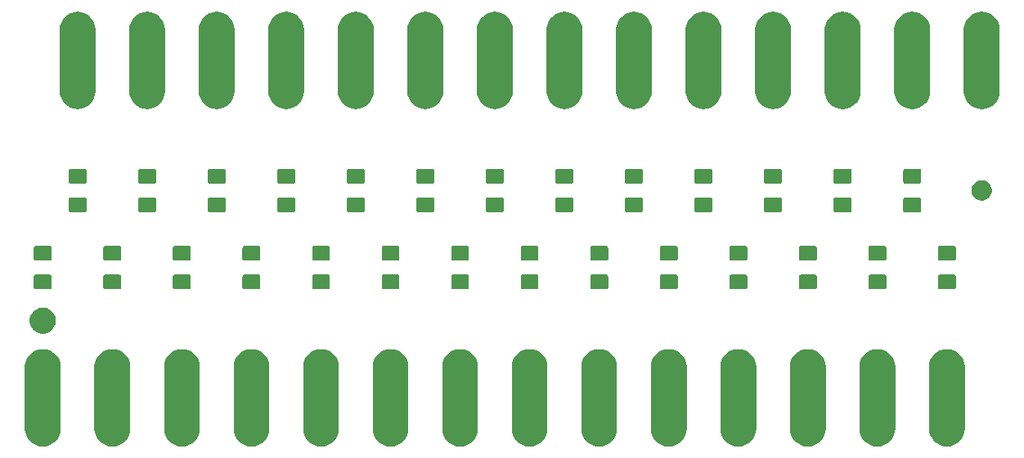
<source format=gts>
G04 #@! TF.GenerationSoftware,KiCad,Pcbnew,(5.1.5-0)*
G04 #@! TF.CreationDate,2020-06-12T16:48:31+02:00*
G04 #@! TF.ProjectId,Divider1,44697669-6465-4723-912e-6b696361645f,rev?*
G04 #@! TF.SameCoordinates,Original*
G04 #@! TF.FileFunction,Soldermask,Top*
G04 #@! TF.FilePolarity,Negative*
%FSLAX46Y46*%
G04 Gerber Fmt 4.6, Leading zero omitted, Abs format (unit mm)*
G04 Created by KiCad (PCBNEW (5.1.5-0)) date 2020-06-12 16:48:31*
%MOMM*%
%LPD*%
G04 APERTURE LIST*
%ADD10C,0.100000*%
G04 APERTURE END LIST*
D10*
G36*
X51362857Y-88475782D02*
G01*
X51711776Y-88581626D01*
X52033332Y-88753500D01*
X52097620Y-88806260D01*
X52315188Y-88984812D01*
X52546497Y-89266664D01*
X52546500Y-89266668D01*
X52718374Y-89588223D01*
X52824218Y-89937142D01*
X52851000Y-90209065D01*
X52851000Y-96790935D01*
X52824218Y-97062858D01*
X52718374Y-97411777D01*
X52546500Y-97733332D01*
X52546498Y-97733335D01*
X52546497Y-97733336D01*
X52315188Y-98015188D01*
X52033336Y-98246497D01*
X52033332Y-98246500D01*
X51711777Y-98418374D01*
X51362858Y-98524218D01*
X51000000Y-98559956D01*
X50637143Y-98524218D01*
X50288224Y-98418374D01*
X49966669Y-98246500D01*
X49966665Y-98246497D01*
X49684813Y-98015188D01*
X49453504Y-97733336D01*
X49453503Y-97733335D01*
X49453501Y-97733332D01*
X49281627Y-97411777D01*
X49175783Y-97062858D01*
X49149001Y-96790935D01*
X49149000Y-90209066D01*
X49175782Y-89937143D01*
X49281626Y-89588224D01*
X49453500Y-89266668D01*
X49506260Y-89202380D01*
X49684812Y-88984812D01*
X49966664Y-88753503D01*
X49966665Y-88753502D01*
X49966668Y-88753500D01*
X50288223Y-88581626D01*
X50637142Y-88475782D01*
X51000000Y-88440044D01*
X51362857Y-88475782D01*
G37*
G36*
X58562857Y-88475782D02*
G01*
X58911776Y-88581626D01*
X59233332Y-88753500D01*
X59297620Y-88806260D01*
X59515188Y-88984812D01*
X59746497Y-89266664D01*
X59746500Y-89266668D01*
X59918374Y-89588223D01*
X60024218Y-89937142D01*
X60051000Y-90209065D01*
X60051000Y-96790935D01*
X60024218Y-97062858D01*
X59918374Y-97411777D01*
X59746500Y-97733332D01*
X59746498Y-97733335D01*
X59746497Y-97733336D01*
X59515188Y-98015188D01*
X59233336Y-98246497D01*
X59233332Y-98246500D01*
X58911777Y-98418374D01*
X58562858Y-98524218D01*
X58200000Y-98559956D01*
X57837143Y-98524218D01*
X57488224Y-98418374D01*
X57166669Y-98246500D01*
X57166665Y-98246497D01*
X56884813Y-98015188D01*
X56653504Y-97733336D01*
X56653503Y-97733335D01*
X56653501Y-97733332D01*
X56481627Y-97411777D01*
X56375783Y-97062858D01*
X56349001Y-96790935D01*
X56349000Y-90209066D01*
X56375782Y-89937143D01*
X56481626Y-89588224D01*
X56653500Y-89266668D01*
X56706260Y-89202380D01*
X56884812Y-88984812D01*
X57166664Y-88753503D01*
X57166665Y-88753502D01*
X57166668Y-88753500D01*
X57488223Y-88581626D01*
X57837142Y-88475782D01*
X58200000Y-88440044D01*
X58562857Y-88475782D01*
G37*
G36*
X65762857Y-88475782D02*
G01*
X66111776Y-88581626D01*
X66433332Y-88753500D01*
X66497620Y-88806260D01*
X66715188Y-88984812D01*
X66946497Y-89266664D01*
X66946500Y-89266668D01*
X67118374Y-89588223D01*
X67224218Y-89937142D01*
X67251000Y-90209065D01*
X67251000Y-96790935D01*
X67224218Y-97062858D01*
X67118374Y-97411777D01*
X66946500Y-97733332D01*
X66946498Y-97733335D01*
X66946497Y-97733336D01*
X66715188Y-98015188D01*
X66433336Y-98246497D01*
X66433332Y-98246500D01*
X66111777Y-98418374D01*
X65762858Y-98524218D01*
X65400000Y-98559956D01*
X65037143Y-98524218D01*
X64688224Y-98418374D01*
X64366669Y-98246500D01*
X64366665Y-98246497D01*
X64084813Y-98015188D01*
X63853504Y-97733336D01*
X63853503Y-97733335D01*
X63853501Y-97733332D01*
X63681627Y-97411777D01*
X63575783Y-97062858D01*
X63549001Y-96790935D01*
X63549000Y-90209066D01*
X63575782Y-89937143D01*
X63681626Y-89588224D01*
X63853500Y-89266668D01*
X63906260Y-89202380D01*
X64084812Y-88984812D01*
X64366664Y-88753503D01*
X64366665Y-88753502D01*
X64366668Y-88753500D01*
X64688223Y-88581626D01*
X65037142Y-88475782D01*
X65400000Y-88440044D01*
X65762857Y-88475782D01*
G37*
G36*
X72962857Y-88475782D02*
G01*
X73311776Y-88581626D01*
X73633332Y-88753500D01*
X73697620Y-88806260D01*
X73915188Y-88984812D01*
X74146497Y-89266664D01*
X74146500Y-89266668D01*
X74318374Y-89588223D01*
X74424218Y-89937142D01*
X74451000Y-90209065D01*
X74451000Y-96790935D01*
X74424218Y-97062858D01*
X74318374Y-97411777D01*
X74146500Y-97733332D01*
X74146498Y-97733335D01*
X74146497Y-97733336D01*
X73915188Y-98015188D01*
X73633336Y-98246497D01*
X73633332Y-98246500D01*
X73311777Y-98418374D01*
X72962858Y-98524218D01*
X72600000Y-98559956D01*
X72237143Y-98524218D01*
X71888224Y-98418374D01*
X71566669Y-98246500D01*
X71566665Y-98246497D01*
X71284813Y-98015188D01*
X71053504Y-97733336D01*
X71053503Y-97733335D01*
X71053501Y-97733332D01*
X70881627Y-97411777D01*
X70775783Y-97062858D01*
X70749001Y-96790935D01*
X70749000Y-90209066D01*
X70775782Y-89937143D01*
X70881626Y-89588224D01*
X71053500Y-89266668D01*
X71106260Y-89202380D01*
X71284812Y-88984812D01*
X71566664Y-88753503D01*
X71566665Y-88753502D01*
X71566668Y-88753500D01*
X71888223Y-88581626D01*
X72237142Y-88475782D01*
X72600000Y-88440044D01*
X72962857Y-88475782D01*
G37*
G36*
X80162857Y-88475782D02*
G01*
X80511776Y-88581626D01*
X80833332Y-88753500D01*
X80897620Y-88806260D01*
X81115188Y-88984812D01*
X81346497Y-89266664D01*
X81346500Y-89266668D01*
X81518374Y-89588223D01*
X81624218Y-89937142D01*
X81651000Y-90209065D01*
X81651000Y-96790935D01*
X81624218Y-97062858D01*
X81518374Y-97411777D01*
X81346500Y-97733332D01*
X81346498Y-97733335D01*
X81346497Y-97733336D01*
X81115188Y-98015188D01*
X80833336Y-98246497D01*
X80833332Y-98246500D01*
X80511777Y-98418374D01*
X80162858Y-98524218D01*
X79800000Y-98559956D01*
X79437143Y-98524218D01*
X79088224Y-98418374D01*
X78766669Y-98246500D01*
X78766665Y-98246497D01*
X78484813Y-98015188D01*
X78253504Y-97733336D01*
X78253503Y-97733335D01*
X78253501Y-97733332D01*
X78081627Y-97411777D01*
X77975783Y-97062858D01*
X77949001Y-96790935D01*
X77949000Y-90209066D01*
X77975782Y-89937143D01*
X78081626Y-89588224D01*
X78253500Y-89266668D01*
X78306260Y-89202380D01*
X78484812Y-88984812D01*
X78766664Y-88753503D01*
X78766665Y-88753502D01*
X78766668Y-88753500D01*
X79088223Y-88581626D01*
X79437142Y-88475782D01*
X79800000Y-88440044D01*
X80162857Y-88475782D01*
G37*
G36*
X87362857Y-88475782D02*
G01*
X87711776Y-88581626D01*
X88033332Y-88753500D01*
X88097620Y-88806260D01*
X88315188Y-88984812D01*
X88546497Y-89266664D01*
X88546500Y-89266668D01*
X88718374Y-89588223D01*
X88824218Y-89937142D01*
X88851000Y-90209065D01*
X88851000Y-96790935D01*
X88824218Y-97062858D01*
X88718374Y-97411777D01*
X88546500Y-97733332D01*
X88546498Y-97733335D01*
X88546497Y-97733336D01*
X88315188Y-98015188D01*
X88033336Y-98246497D01*
X88033332Y-98246500D01*
X87711777Y-98418374D01*
X87362858Y-98524218D01*
X87000000Y-98559956D01*
X86637143Y-98524218D01*
X86288224Y-98418374D01*
X85966669Y-98246500D01*
X85966665Y-98246497D01*
X85684813Y-98015188D01*
X85453504Y-97733336D01*
X85453503Y-97733335D01*
X85453501Y-97733332D01*
X85281627Y-97411777D01*
X85175783Y-97062858D01*
X85149001Y-96790935D01*
X85149000Y-90209066D01*
X85175782Y-89937143D01*
X85281626Y-89588224D01*
X85453500Y-89266668D01*
X85506260Y-89202380D01*
X85684812Y-88984812D01*
X85966664Y-88753503D01*
X85966665Y-88753502D01*
X85966668Y-88753500D01*
X86288223Y-88581626D01*
X86637142Y-88475782D01*
X87000000Y-88440044D01*
X87362857Y-88475782D01*
G37*
G36*
X94562857Y-88475782D02*
G01*
X94911776Y-88581626D01*
X95233332Y-88753500D01*
X95297620Y-88806260D01*
X95515188Y-88984812D01*
X95746497Y-89266664D01*
X95746500Y-89266668D01*
X95918374Y-89588223D01*
X96024218Y-89937142D01*
X96051000Y-90209065D01*
X96051000Y-96790935D01*
X96024218Y-97062858D01*
X95918374Y-97411777D01*
X95746500Y-97733332D01*
X95746498Y-97733335D01*
X95746497Y-97733336D01*
X95515188Y-98015188D01*
X95233336Y-98246497D01*
X95233332Y-98246500D01*
X94911777Y-98418374D01*
X94562858Y-98524218D01*
X94200000Y-98559956D01*
X93837143Y-98524218D01*
X93488224Y-98418374D01*
X93166669Y-98246500D01*
X93166665Y-98246497D01*
X92884813Y-98015188D01*
X92653504Y-97733336D01*
X92653503Y-97733335D01*
X92653501Y-97733332D01*
X92481627Y-97411777D01*
X92375783Y-97062858D01*
X92349001Y-96790935D01*
X92349000Y-90209066D01*
X92375782Y-89937143D01*
X92481626Y-89588224D01*
X92653500Y-89266668D01*
X92706260Y-89202380D01*
X92884812Y-88984812D01*
X93166664Y-88753503D01*
X93166665Y-88753502D01*
X93166668Y-88753500D01*
X93488223Y-88581626D01*
X93837142Y-88475782D01*
X94200000Y-88440044D01*
X94562857Y-88475782D01*
G37*
G36*
X101762857Y-88475782D02*
G01*
X102111776Y-88581626D01*
X102433332Y-88753500D01*
X102497620Y-88806260D01*
X102715188Y-88984812D01*
X102946497Y-89266664D01*
X102946500Y-89266668D01*
X103118374Y-89588223D01*
X103224218Y-89937142D01*
X103251000Y-90209065D01*
X103251000Y-96790935D01*
X103224218Y-97062858D01*
X103118374Y-97411777D01*
X102946500Y-97733332D01*
X102946498Y-97733335D01*
X102946497Y-97733336D01*
X102715188Y-98015188D01*
X102433336Y-98246497D01*
X102433332Y-98246500D01*
X102111777Y-98418374D01*
X101762858Y-98524218D01*
X101400000Y-98559956D01*
X101037143Y-98524218D01*
X100688224Y-98418374D01*
X100366669Y-98246500D01*
X100366665Y-98246497D01*
X100084813Y-98015188D01*
X99853504Y-97733336D01*
X99853503Y-97733335D01*
X99853501Y-97733332D01*
X99681627Y-97411777D01*
X99575783Y-97062858D01*
X99549001Y-96790935D01*
X99549000Y-90209066D01*
X99575782Y-89937143D01*
X99681626Y-89588224D01*
X99853500Y-89266668D01*
X99906260Y-89202380D01*
X100084812Y-88984812D01*
X100366664Y-88753503D01*
X100366665Y-88753502D01*
X100366668Y-88753500D01*
X100688223Y-88581626D01*
X101037142Y-88475782D01*
X101400000Y-88440044D01*
X101762857Y-88475782D01*
G37*
G36*
X108962857Y-88475782D02*
G01*
X109311776Y-88581626D01*
X109633332Y-88753500D01*
X109697620Y-88806260D01*
X109915188Y-88984812D01*
X110146497Y-89266664D01*
X110146500Y-89266668D01*
X110318374Y-89588223D01*
X110424218Y-89937142D01*
X110451000Y-90209065D01*
X110451000Y-96790935D01*
X110424218Y-97062858D01*
X110318374Y-97411777D01*
X110146500Y-97733332D01*
X110146498Y-97733335D01*
X110146497Y-97733336D01*
X109915188Y-98015188D01*
X109633336Y-98246497D01*
X109633332Y-98246500D01*
X109311777Y-98418374D01*
X108962858Y-98524218D01*
X108600000Y-98559956D01*
X108237143Y-98524218D01*
X107888224Y-98418374D01*
X107566669Y-98246500D01*
X107566665Y-98246497D01*
X107284813Y-98015188D01*
X107053504Y-97733336D01*
X107053503Y-97733335D01*
X107053501Y-97733332D01*
X106881627Y-97411777D01*
X106775783Y-97062858D01*
X106749001Y-96790935D01*
X106749000Y-90209066D01*
X106775782Y-89937143D01*
X106881626Y-89588224D01*
X107053500Y-89266668D01*
X107106260Y-89202380D01*
X107284812Y-88984812D01*
X107566664Y-88753503D01*
X107566665Y-88753502D01*
X107566668Y-88753500D01*
X107888223Y-88581626D01*
X108237142Y-88475782D01*
X108600000Y-88440044D01*
X108962857Y-88475782D01*
G37*
G36*
X116162857Y-88475782D02*
G01*
X116511776Y-88581626D01*
X116833332Y-88753500D01*
X116897620Y-88806260D01*
X117115188Y-88984812D01*
X117346497Y-89266664D01*
X117346500Y-89266668D01*
X117518374Y-89588223D01*
X117624218Y-89937142D01*
X117651000Y-90209065D01*
X117651000Y-96790935D01*
X117624218Y-97062858D01*
X117518374Y-97411777D01*
X117346500Y-97733332D01*
X117346498Y-97733335D01*
X117346497Y-97733336D01*
X117115188Y-98015188D01*
X116833336Y-98246497D01*
X116833332Y-98246500D01*
X116511777Y-98418374D01*
X116162858Y-98524218D01*
X115800000Y-98559956D01*
X115437143Y-98524218D01*
X115088224Y-98418374D01*
X114766669Y-98246500D01*
X114766665Y-98246497D01*
X114484813Y-98015188D01*
X114253504Y-97733336D01*
X114253503Y-97733335D01*
X114253501Y-97733332D01*
X114081627Y-97411777D01*
X113975783Y-97062858D01*
X113949001Y-96790935D01*
X113949000Y-90209066D01*
X113975782Y-89937143D01*
X114081626Y-89588224D01*
X114253500Y-89266668D01*
X114306260Y-89202380D01*
X114484812Y-88984812D01*
X114766664Y-88753503D01*
X114766665Y-88753502D01*
X114766668Y-88753500D01*
X115088223Y-88581626D01*
X115437142Y-88475782D01*
X115800000Y-88440044D01*
X116162857Y-88475782D01*
G37*
G36*
X123362857Y-88475782D02*
G01*
X123711776Y-88581626D01*
X124033332Y-88753500D01*
X124097620Y-88806260D01*
X124315188Y-88984812D01*
X124546497Y-89266664D01*
X124546500Y-89266668D01*
X124718374Y-89588223D01*
X124824218Y-89937142D01*
X124851000Y-90209065D01*
X124851000Y-96790935D01*
X124824218Y-97062858D01*
X124718374Y-97411777D01*
X124546500Y-97733332D01*
X124546498Y-97733335D01*
X124546497Y-97733336D01*
X124315188Y-98015188D01*
X124033336Y-98246497D01*
X124033332Y-98246500D01*
X123711777Y-98418374D01*
X123362858Y-98524218D01*
X123000000Y-98559956D01*
X122637143Y-98524218D01*
X122288224Y-98418374D01*
X121966669Y-98246500D01*
X121966665Y-98246497D01*
X121684813Y-98015188D01*
X121453504Y-97733336D01*
X121453503Y-97733335D01*
X121453501Y-97733332D01*
X121281627Y-97411777D01*
X121175783Y-97062858D01*
X121149001Y-96790935D01*
X121149000Y-90209066D01*
X121175782Y-89937143D01*
X121281626Y-89588224D01*
X121453500Y-89266668D01*
X121506260Y-89202380D01*
X121684812Y-88984812D01*
X121966664Y-88753503D01*
X121966665Y-88753502D01*
X121966668Y-88753500D01*
X122288223Y-88581626D01*
X122637142Y-88475782D01*
X123000000Y-88440044D01*
X123362857Y-88475782D01*
G37*
G36*
X130562857Y-88475782D02*
G01*
X130911776Y-88581626D01*
X131233332Y-88753500D01*
X131297620Y-88806260D01*
X131515188Y-88984812D01*
X131746497Y-89266664D01*
X131746500Y-89266668D01*
X131918374Y-89588223D01*
X132024218Y-89937142D01*
X132051000Y-90209065D01*
X132051000Y-96790935D01*
X132024218Y-97062858D01*
X131918374Y-97411777D01*
X131746500Y-97733332D01*
X131746498Y-97733335D01*
X131746497Y-97733336D01*
X131515188Y-98015188D01*
X131233336Y-98246497D01*
X131233332Y-98246500D01*
X130911777Y-98418374D01*
X130562858Y-98524218D01*
X130200000Y-98559956D01*
X129837143Y-98524218D01*
X129488224Y-98418374D01*
X129166669Y-98246500D01*
X129166665Y-98246497D01*
X128884813Y-98015188D01*
X128653504Y-97733336D01*
X128653503Y-97733335D01*
X128653501Y-97733332D01*
X128481627Y-97411777D01*
X128375783Y-97062858D01*
X128349001Y-96790935D01*
X128349000Y-90209066D01*
X128375782Y-89937143D01*
X128481626Y-89588224D01*
X128653500Y-89266668D01*
X128706260Y-89202380D01*
X128884812Y-88984812D01*
X129166664Y-88753503D01*
X129166665Y-88753502D01*
X129166668Y-88753500D01*
X129488223Y-88581626D01*
X129837142Y-88475782D01*
X130200000Y-88440044D01*
X130562857Y-88475782D01*
G37*
G36*
X137762857Y-88475782D02*
G01*
X138111776Y-88581626D01*
X138433332Y-88753500D01*
X138497620Y-88806260D01*
X138715188Y-88984812D01*
X138946497Y-89266664D01*
X138946500Y-89266668D01*
X139118374Y-89588223D01*
X139224218Y-89937142D01*
X139251000Y-90209065D01*
X139251000Y-96790935D01*
X139224218Y-97062858D01*
X139118374Y-97411777D01*
X138946500Y-97733332D01*
X138946498Y-97733335D01*
X138946497Y-97733336D01*
X138715188Y-98015188D01*
X138433336Y-98246497D01*
X138433332Y-98246500D01*
X138111777Y-98418374D01*
X137762858Y-98524218D01*
X137400000Y-98559956D01*
X137037143Y-98524218D01*
X136688224Y-98418374D01*
X136366669Y-98246500D01*
X136366665Y-98246497D01*
X136084813Y-98015188D01*
X135853504Y-97733336D01*
X135853503Y-97733335D01*
X135853501Y-97733332D01*
X135681627Y-97411777D01*
X135575783Y-97062858D01*
X135549001Y-96790935D01*
X135549000Y-90209066D01*
X135575782Y-89937143D01*
X135681626Y-89588224D01*
X135853500Y-89266668D01*
X135906260Y-89202380D01*
X136084812Y-88984812D01*
X136366664Y-88753503D01*
X136366665Y-88753502D01*
X136366668Y-88753500D01*
X136688223Y-88581626D01*
X137037142Y-88475782D01*
X137400000Y-88440044D01*
X137762857Y-88475782D01*
G37*
G36*
X144962857Y-88475782D02*
G01*
X145311776Y-88581626D01*
X145633332Y-88753500D01*
X145697620Y-88806260D01*
X145915188Y-88984812D01*
X146146497Y-89266664D01*
X146146500Y-89266668D01*
X146318374Y-89588223D01*
X146424218Y-89937142D01*
X146451000Y-90209065D01*
X146451000Y-96790935D01*
X146424218Y-97062858D01*
X146318374Y-97411777D01*
X146146500Y-97733332D01*
X146146498Y-97733335D01*
X146146497Y-97733336D01*
X145915188Y-98015188D01*
X145633336Y-98246497D01*
X145633332Y-98246500D01*
X145311777Y-98418374D01*
X144962858Y-98524218D01*
X144600000Y-98559956D01*
X144237143Y-98524218D01*
X143888224Y-98418374D01*
X143566669Y-98246500D01*
X143566665Y-98246497D01*
X143284813Y-98015188D01*
X143053504Y-97733336D01*
X143053503Y-97733335D01*
X143053501Y-97733332D01*
X142881627Y-97411777D01*
X142775783Y-97062858D01*
X142749001Y-96790935D01*
X142749000Y-90209066D01*
X142775782Y-89937143D01*
X142881626Y-89588224D01*
X143053500Y-89266668D01*
X143106260Y-89202380D01*
X143284812Y-88984812D01*
X143566664Y-88753503D01*
X143566665Y-88753502D01*
X143566668Y-88753500D01*
X143888223Y-88581626D01*
X144237142Y-88475782D01*
X144600000Y-88440044D01*
X144962857Y-88475782D01*
G37*
G36*
X51394072Y-84200918D02*
G01*
X51639939Y-84302759D01*
X51861212Y-84450610D01*
X52049390Y-84638788D01*
X52197241Y-84860061D01*
X52299082Y-85105928D01*
X52351000Y-85366938D01*
X52351000Y-85633062D01*
X52299082Y-85894072D01*
X52197241Y-86139939D01*
X52049390Y-86361212D01*
X51861212Y-86549390D01*
X51639939Y-86697241D01*
X51639938Y-86697242D01*
X51639937Y-86697242D01*
X51394072Y-86799082D01*
X51133063Y-86851000D01*
X50866937Y-86851000D01*
X50605928Y-86799082D01*
X50360063Y-86697242D01*
X50360062Y-86697242D01*
X50360061Y-86697241D01*
X50138788Y-86549390D01*
X49950610Y-86361212D01*
X49802759Y-86139939D01*
X49700918Y-85894072D01*
X49649000Y-85633062D01*
X49649000Y-85366938D01*
X49700918Y-85105928D01*
X49802759Y-84860061D01*
X49950610Y-84638788D01*
X50138788Y-84450610D01*
X50360061Y-84302759D01*
X50605928Y-84200918D01*
X50866937Y-84149000D01*
X51133063Y-84149000D01*
X51394072Y-84200918D01*
G37*
G36*
X58975562Y-80728181D02*
G01*
X59010481Y-80738774D01*
X59042663Y-80755976D01*
X59070873Y-80779127D01*
X59094024Y-80807337D01*
X59111226Y-80839519D01*
X59121819Y-80874438D01*
X59126000Y-80916895D01*
X59126000Y-82058105D01*
X59121819Y-82100562D01*
X59111226Y-82135481D01*
X59094024Y-82167663D01*
X59070873Y-82195873D01*
X59042663Y-82219024D01*
X59010481Y-82236226D01*
X58975562Y-82246819D01*
X58933105Y-82251000D01*
X57466895Y-82251000D01*
X57424438Y-82246819D01*
X57389519Y-82236226D01*
X57357337Y-82219024D01*
X57329127Y-82195873D01*
X57305976Y-82167663D01*
X57288774Y-82135481D01*
X57278181Y-82100562D01*
X57274000Y-82058105D01*
X57274000Y-80916895D01*
X57278181Y-80874438D01*
X57288774Y-80839519D01*
X57305976Y-80807337D01*
X57329127Y-80779127D01*
X57357337Y-80755976D01*
X57389519Y-80738774D01*
X57424438Y-80728181D01*
X57466895Y-80724000D01*
X58933105Y-80724000D01*
X58975562Y-80728181D01*
G37*
G36*
X109375562Y-80728181D02*
G01*
X109410481Y-80738774D01*
X109442663Y-80755976D01*
X109470873Y-80779127D01*
X109494024Y-80807337D01*
X109511226Y-80839519D01*
X109521819Y-80874438D01*
X109526000Y-80916895D01*
X109526000Y-82058105D01*
X109521819Y-82100562D01*
X109511226Y-82135481D01*
X109494024Y-82167663D01*
X109470873Y-82195873D01*
X109442663Y-82219024D01*
X109410481Y-82236226D01*
X109375562Y-82246819D01*
X109333105Y-82251000D01*
X107866895Y-82251000D01*
X107824438Y-82246819D01*
X107789519Y-82236226D01*
X107757337Y-82219024D01*
X107729127Y-82195873D01*
X107705976Y-82167663D01*
X107688774Y-82135481D01*
X107678181Y-82100562D01*
X107674000Y-82058105D01*
X107674000Y-80916895D01*
X107678181Y-80874438D01*
X107688774Y-80839519D01*
X107705976Y-80807337D01*
X107729127Y-80779127D01*
X107757337Y-80755976D01*
X107789519Y-80738774D01*
X107824438Y-80728181D01*
X107866895Y-80724000D01*
X109333105Y-80724000D01*
X109375562Y-80728181D01*
G37*
G36*
X51775562Y-80728181D02*
G01*
X51810481Y-80738774D01*
X51842663Y-80755976D01*
X51870873Y-80779127D01*
X51894024Y-80807337D01*
X51911226Y-80839519D01*
X51921819Y-80874438D01*
X51926000Y-80916895D01*
X51926000Y-82058105D01*
X51921819Y-82100562D01*
X51911226Y-82135481D01*
X51894024Y-82167663D01*
X51870873Y-82195873D01*
X51842663Y-82219024D01*
X51810481Y-82236226D01*
X51775562Y-82246819D01*
X51733105Y-82251000D01*
X50266895Y-82251000D01*
X50224438Y-82246819D01*
X50189519Y-82236226D01*
X50157337Y-82219024D01*
X50129127Y-82195873D01*
X50105976Y-82167663D01*
X50088774Y-82135481D01*
X50078181Y-82100562D01*
X50074000Y-82058105D01*
X50074000Y-80916895D01*
X50078181Y-80874438D01*
X50088774Y-80839519D01*
X50105976Y-80807337D01*
X50129127Y-80779127D01*
X50157337Y-80755976D01*
X50189519Y-80738774D01*
X50224438Y-80728181D01*
X50266895Y-80724000D01*
X51733105Y-80724000D01*
X51775562Y-80728181D01*
G37*
G36*
X145375562Y-80728181D02*
G01*
X145410481Y-80738774D01*
X145442663Y-80755976D01*
X145470873Y-80779127D01*
X145494024Y-80807337D01*
X145511226Y-80839519D01*
X145521819Y-80874438D01*
X145526000Y-80916895D01*
X145526000Y-82058105D01*
X145521819Y-82100562D01*
X145511226Y-82135481D01*
X145494024Y-82167663D01*
X145470873Y-82195873D01*
X145442663Y-82219024D01*
X145410481Y-82236226D01*
X145375562Y-82246819D01*
X145333105Y-82251000D01*
X143866895Y-82251000D01*
X143824438Y-82246819D01*
X143789519Y-82236226D01*
X143757337Y-82219024D01*
X143729127Y-82195873D01*
X143705976Y-82167663D01*
X143688774Y-82135481D01*
X143678181Y-82100562D01*
X143674000Y-82058105D01*
X143674000Y-80916895D01*
X143678181Y-80874438D01*
X143688774Y-80839519D01*
X143705976Y-80807337D01*
X143729127Y-80779127D01*
X143757337Y-80755976D01*
X143789519Y-80738774D01*
X143824438Y-80728181D01*
X143866895Y-80724000D01*
X145333105Y-80724000D01*
X145375562Y-80728181D01*
G37*
G36*
X138175562Y-80728181D02*
G01*
X138210481Y-80738774D01*
X138242663Y-80755976D01*
X138270873Y-80779127D01*
X138294024Y-80807337D01*
X138311226Y-80839519D01*
X138321819Y-80874438D01*
X138326000Y-80916895D01*
X138326000Y-82058105D01*
X138321819Y-82100562D01*
X138311226Y-82135481D01*
X138294024Y-82167663D01*
X138270873Y-82195873D01*
X138242663Y-82219024D01*
X138210481Y-82236226D01*
X138175562Y-82246819D01*
X138133105Y-82251000D01*
X136666895Y-82251000D01*
X136624438Y-82246819D01*
X136589519Y-82236226D01*
X136557337Y-82219024D01*
X136529127Y-82195873D01*
X136505976Y-82167663D01*
X136488774Y-82135481D01*
X136478181Y-82100562D01*
X136474000Y-82058105D01*
X136474000Y-80916895D01*
X136478181Y-80874438D01*
X136488774Y-80839519D01*
X136505976Y-80807337D01*
X136529127Y-80779127D01*
X136557337Y-80755976D01*
X136589519Y-80738774D01*
X136624438Y-80728181D01*
X136666895Y-80724000D01*
X138133105Y-80724000D01*
X138175562Y-80728181D01*
G37*
G36*
X130975562Y-80728181D02*
G01*
X131010481Y-80738774D01*
X131042663Y-80755976D01*
X131070873Y-80779127D01*
X131094024Y-80807337D01*
X131111226Y-80839519D01*
X131121819Y-80874438D01*
X131126000Y-80916895D01*
X131126000Y-82058105D01*
X131121819Y-82100562D01*
X131111226Y-82135481D01*
X131094024Y-82167663D01*
X131070873Y-82195873D01*
X131042663Y-82219024D01*
X131010481Y-82236226D01*
X130975562Y-82246819D01*
X130933105Y-82251000D01*
X129466895Y-82251000D01*
X129424438Y-82246819D01*
X129389519Y-82236226D01*
X129357337Y-82219024D01*
X129329127Y-82195873D01*
X129305976Y-82167663D01*
X129288774Y-82135481D01*
X129278181Y-82100562D01*
X129274000Y-82058105D01*
X129274000Y-80916895D01*
X129278181Y-80874438D01*
X129288774Y-80839519D01*
X129305976Y-80807337D01*
X129329127Y-80779127D01*
X129357337Y-80755976D01*
X129389519Y-80738774D01*
X129424438Y-80728181D01*
X129466895Y-80724000D01*
X130933105Y-80724000D01*
X130975562Y-80728181D01*
G37*
G36*
X123775562Y-80728181D02*
G01*
X123810481Y-80738774D01*
X123842663Y-80755976D01*
X123870873Y-80779127D01*
X123894024Y-80807337D01*
X123911226Y-80839519D01*
X123921819Y-80874438D01*
X123926000Y-80916895D01*
X123926000Y-82058105D01*
X123921819Y-82100562D01*
X123911226Y-82135481D01*
X123894024Y-82167663D01*
X123870873Y-82195873D01*
X123842663Y-82219024D01*
X123810481Y-82236226D01*
X123775562Y-82246819D01*
X123733105Y-82251000D01*
X122266895Y-82251000D01*
X122224438Y-82246819D01*
X122189519Y-82236226D01*
X122157337Y-82219024D01*
X122129127Y-82195873D01*
X122105976Y-82167663D01*
X122088774Y-82135481D01*
X122078181Y-82100562D01*
X122074000Y-82058105D01*
X122074000Y-80916895D01*
X122078181Y-80874438D01*
X122088774Y-80839519D01*
X122105976Y-80807337D01*
X122129127Y-80779127D01*
X122157337Y-80755976D01*
X122189519Y-80738774D01*
X122224438Y-80728181D01*
X122266895Y-80724000D01*
X123733105Y-80724000D01*
X123775562Y-80728181D01*
G37*
G36*
X116575562Y-80728181D02*
G01*
X116610481Y-80738774D01*
X116642663Y-80755976D01*
X116670873Y-80779127D01*
X116694024Y-80807337D01*
X116711226Y-80839519D01*
X116721819Y-80874438D01*
X116726000Y-80916895D01*
X116726000Y-82058105D01*
X116721819Y-82100562D01*
X116711226Y-82135481D01*
X116694024Y-82167663D01*
X116670873Y-82195873D01*
X116642663Y-82219024D01*
X116610481Y-82236226D01*
X116575562Y-82246819D01*
X116533105Y-82251000D01*
X115066895Y-82251000D01*
X115024438Y-82246819D01*
X114989519Y-82236226D01*
X114957337Y-82219024D01*
X114929127Y-82195873D01*
X114905976Y-82167663D01*
X114888774Y-82135481D01*
X114878181Y-82100562D01*
X114874000Y-82058105D01*
X114874000Y-80916895D01*
X114878181Y-80874438D01*
X114888774Y-80839519D01*
X114905976Y-80807337D01*
X114929127Y-80779127D01*
X114957337Y-80755976D01*
X114989519Y-80738774D01*
X115024438Y-80728181D01*
X115066895Y-80724000D01*
X116533105Y-80724000D01*
X116575562Y-80728181D01*
G37*
G36*
X102175562Y-80728181D02*
G01*
X102210481Y-80738774D01*
X102242663Y-80755976D01*
X102270873Y-80779127D01*
X102294024Y-80807337D01*
X102311226Y-80839519D01*
X102321819Y-80874438D01*
X102326000Y-80916895D01*
X102326000Y-82058105D01*
X102321819Y-82100562D01*
X102311226Y-82135481D01*
X102294024Y-82167663D01*
X102270873Y-82195873D01*
X102242663Y-82219024D01*
X102210481Y-82236226D01*
X102175562Y-82246819D01*
X102133105Y-82251000D01*
X100666895Y-82251000D01*
X100624438Y-82246819D01*
X100589519Y-82236226D01*
X100557337Y-82219024D01*
X100529127Y-82195873D01*
X100505976Y-82167663D01*
X100488774Y-82135481D01*
X100478181Y-82100562D01*
X100474000Y-82058105D01*
X100474000Y-80916895D01*
X100478181Y-80874438D01*
X100488774Y-80839519D01*
X100505976Y-80807337D01*
X100529127Y-80779127D01*
X100557337Y-80755976D01*
X100589519Y-80738774D01*
X100624438Y-80728181D01*
X100666895Y-80724000D01*
X102133105Y-80724000D01*
X102175562Y-80728181D01*
G37*
G36*
X94975562Y-80728181D02*
G01*
X95010481Y-80738774D01*
X95042663Y-80755976D01*
X95070873Y-80779127D01*
X95094024Y-80807337D01*
X95111226Y-80839519D01*
X95121819Y-80874438D01*
X95126000Y-80916895D01*
X95126000Y-82058105D01*
X95121819Y-82100562D01*
X95111226Y-82135481D01*
X95094024Y-82167663D01*
X95070873Y-82195873D01*
X95042663Y-82219024D01*
X95010481Y-82236226D01*
X94975562Y-82246819D01*
X94933105Y-82251000D01*
X93466895Y-82251000D01*
X93424438Y-82246819D01*
X93389519Y-82236226D01*
X93357337Y-82219024D01*
X93329127Y-82195873D01*
X93305976Y-82167663D01*
X93288774Y-82135481D01*
X93278181Y-82100562D01*
X93274000Y-82058105D01*
X93274000Y-80916895D01*
X93278181Y-80874438D01*
X93288774Y-80839519D01*
X93305976Y-80807337D01*
X93329127Y-80779127D01*
X93357337Y-80755976D01*
X93389519Y-80738774D01*
X93424438Y-80728181D01*
X93466895Y-80724000D01*
X94933105Y-80724000D01*
X94975562Y-80728181D01*
G37*
G36*
X87775562Y-80728181D02*
G01*
X87810481Y-80738774D01*
X87842663Y-80755976D01*
X87870873Y-80779127D01*
X87894024Y-80807337D01*
X87911226Y-80839519D01*
X87921819Y-80874438D01*
X87926000Y-80916895D01*
X87926000Y-82058105D01*
X87921819Y-82100562D01*
X87911226Y-82135481D01*
X87894024Y-82167663D01*
X87870873Y-82195873D01*
X87842663Y-82219024D01*
X87810481Y-82236226D01*
X87775562Y-82246819D01*
X87733105Y-82251000D01*
X86266895Y-82251000D01*
X86224438Y-82246819D01*
X86189519Y-82236226D01*
X86157337Y-82219024D01*
X86129127Y-82195873D01*
X86105976Y-82167663D01*
X86088774Y-82135481D01*
X86078181Y-82100562D01*
X86074000Y-82058105D01*
X86074000Y-80916895D01*
X86078181Y-80874438D01*
X86088774Y-80839519D01*
X86105976Y-80807337D01*
X86129127Y-80779127D01*
X86157337Y-80755976D01*
X86189519Y-80738774D01*
X86224438Y-80728181D01*
X86266895Y-80724000D01*
X87733105Y-80724000D01*
X87775562Y-80728181D01*
G37*
G36*
X80575562Y-80728181D02*
G01*
X80610481Y-80738774D01*
X80642663Y-80755976D01*
X80670873Y-80779127D01*
X80694024Y-80807337D01*
X80711226Y-80839519D01*
X80721819Y-80874438D01*
X80726000Y-80916895D01*
X80726000Y-82058105D01*
X80721819Y-82100562D01*
X80711226Y-82135481D01*
X80694024Y-82167663D01*
X80670873Y-82195873D01*
X80642663Y-82219024D01*
X80610481Y-82236226D01*
X80575562Y-82246819D01*
X80533105Y-82251000D01*
X79066895Y-82251000D01*
X79024438Y-82246819D01*
X78989519Y-82236226D01*
X78957337Y-82219024D01*
X78929127Y-82195873D01*
X78905976Y-82167663D01*
X78888774Y-82135481D01*
X78878181Y-82100562D01*
X78874000Y-82058105D01*
X78874000Y-80916895D01*
X78878181Y-80874438D01*
X78888774Y-80839519D01*
X78905976Y-80807337D01*
X78929127Y-80779127D01*
X78957337Y-80755976D01*
X78989519Y-80738774D01*
X79024438Y-80728181D01*
X79066895Y-80724000D01*
X80533105Y-80724000D01*
X80575562Y-80728181D01*
G37*
G36*
X73375562Y-80728181D02*
G01*
X73410481Y-80738774D01*
X73442663Y-80755976D01*
X73470873Y-80779127D01*
X73494024Y-80807337D01*
X73511226Y-80839519D01*
X73521819Y-80874438D01*
X73526000Y-80916895D01*
X73526000Y-82058105D01*
X73521819Y-82100562D01*
X73511226Y-82135481D01*
X73494024Y-82167663D01*
X73470873Y-82195873D01*
X73442663Y-82219024D01*
X73410481Y-82236226D01*
X73375562Y-82246819D01*
X73333105Y-82251000D01*
X71866895Y-82251000D01*
X71824438Y-82246819D01*
X71789519Y-82236226D01*
X71757337Y-82219024D01*
X71729127Y-82195873D01*
X71705976Y-82167663D01*
X71688774Y-82135481D01*
X71678181Y-82100562D01*
X71674000Y-82058105D01*
X71674000Y-80916895D01*
X71678181Y-80874438D01*
X71688774Y-80839519D01*
X71705976Y-80807337D01*
X71729127Y-80779127D01*
X71757337Y-80755976D01*
X71789519Y-80738774D01*
X71824438Y-80728181D01*
X71866895Y-80724000D01*
X73333105Y-80724000D01*
X73375562Y-80728181D01*
G37*
G36*
X66175562Y-80728181D02*
G01*
X66210481Y-80738774D01*
X66242663Y-80755976D01*
X66270873Y-80779127D01*
X66294024Y-80807337D01*
X66311226Y-80839519D01*
X66321819Y-80874438D01*
X66326000Y-80916895D01*
X66326000Y-82058105D01*
X66321819Y-82100562D01*
X66311226Y-82135481D01*
X66294024Y-82167663D01*
X66270873Y-82195873D01*
X66242663Y-82219024D01*
X66210481Y-82236226D01*
X66175562Y-82246819D01*
X66133105Y-82251000D01*
X64666895Y-82251000D01*
X64624438Y-82246819D01*
X64589519Y-82236226D01*
X64557337Y-82219024D01*
X64529127Y-82195873D01*
X64505976Y-82167663D01*
X64488774Y-82135481D01*
X64478181Y-82100562D01*
X64474000Y-82058105D01*
X64474000Y-80916895D01*
X64478181Y-80874438D01*
X64488774Y-80839519D01*
X64505976Y-80807337D01*
X64529127Y-80779127D01*
X64557337Y-80755976D01*
X64589519Y-80738774D01*
X64624438Y-80728181D01*
X64666895Y-80724000D01*
X66133105Y-80724000D01*
X66175562Y-80728181D01*
G37*
G36*
X109375562Y-77753181D02*
G01*
X109410481Y-77763774D01*
X109442663Y-77780976D01*
X109470873Y-77804127D01*
X109494024Y-77832337D01*
X109511226Y-77864519D01*
X109521819Y-77899438D01*
X109526000Y-77941895D01*
X109526000Y-79083105D01*
X109521819Y-79125562D01*
X109511226Y-79160481D01*
X109494024Y-79192663D01*
X109470873Y-79220873D01*
X109442663Y-79244024D01*
X109410481Y-79261226D01*
X109375562Y-79271819D01*
X109333105Y-79276000D01*
X107866895Y-79276000D01*
X107824438Y-79271819D01*
X107789519Y-79261226D01*
X107757337Y-79244024D01*
X107729127Y-79220873D01*
X107705976Y-79192663D01*
X107688774Y-79160481D01*
X107678181Y-79125562D01*
X107674000Y-79083105D01*
X107674000Y-77941895D01*
X107678181Y-77899438D01*
X107688774Y-77864519D01*
X107705976Y-77832337D01*
X107729127Y-77804127D01*
X107757337Y-77780976D01*
X107789519Y-77763774D01*
X107824438Y-77753181D01*
X107866895Y-77749000D01*
X109333105Y-77749000D01*
X109375562Y-77753181D01*
G37*
G36*
X138175562Y-77753181D02*
G01*
X138210481Y-77763774D01*
X138242663Y-77780976D01*
X138270873Y-77804127D01*
X138294024Y-77832337D01*
X138311226Y-77864519D01*
X138321819Y-77899438D01*
X138326000Y-77941895D01*
X138326000Y-79083105D01*
X138321819Y-79125562D01*
X138311226Y-79160481D01*
X138294024Y-79192663D01*
X138270873Y-79220873D01*
X138242663Y-79244024D01*
X138210481Y-79261226D01*
X138175562Y-79271819D01*
X138133105Y-79276000D01*
X136666895Y-79276000D01*
X136624438Y-79271819D01*
X136589519Y-79261226D01*
X136557337Y-79244024D01*
X136529127Y-79220873D01*
X136505976Y-79192663D01*
X136488774Y-79160481D01*
X136478181Y-79125562D01*
X136474000Y-79083105D01*
X136474000Y-77941895D01*
X136478181Y-77899438D01*
X136488774Y-77864519D01*
X136505976Y-77832337D01*
X136529127Y-77804127D01*
X136557337Y-77780976D01*
X136589519Y-77763774D01*
X136624438Y-77753181D01*
X136666895Y-77749000D01*
X138133105Y-77749000D01*
X138175562Y-77753181D01*
G37*
G36*
X116575562Y-77753181D02*
G01*
X116610481Y-77763774D01*
X116642663Y-77780976D01*
X116670873Y-77804127D01*
X116694024Y-77832337D01*
X116711226Y-77864519D01*
X116721819Y-77899438D01*
X116726000Y-77941895D01*
X116726000Y-79083105D01*
X116721819Y-79125562D01*
X116711226Y-79160481D01*
X116694024Y-79192663D01*
X116670873Y-79220873D01*
X116642663Y-79244024D01*
X116610481Y-79261226D01*
X116575562Y-79271819D01*
X116533105Y-79276000D01*
X115066895Y-79276000D01*
X115024438Y-79271819D01*
X114989519Y-79261226D01*
X114957337Y-79244024D01*
X114929127Y-79220873D01*
X114905976Y-79192663D01*
X114888774Y-79160481D01*
X114878181Y-79125562D01*
X114874000Y-79083105D01*
X114874000Y-77941895D01*
X114878181Y-77899438D01*
X114888774Y-77864519D01*
X114905976Y-77832337D01*
X114929127Y-77804127D01*
X114957337Y-77780976D01*
X114989519Y-77763774D01*
X115024438Y-77753181D01*
X115066895Y-77749000D01*
X116533105Y-77749000D01*
X116575562Y-77753181D01*
G37*
G36*
X102175562Y-77753181D02*
G01*
X102210481Y-77763774D01*
X102242663Y-77780976D01*
X102270873Y-77804127D01*
X102294024Y-77832337D01*
X102311226Y-77864519D01*
X102321819Y-77899438D01*
X102326000Y-77941895D01*
X102326000Y-79083105D01*
X102321819Y-79125562D01*
X102311226Y-79160481D01*
X102294024Y-79192663D01*
X102270873Y-79220873D01*
X102242663Y-79244024D01*
X102210481Y-79261226D01*
X102175562Y-79271819D01*
X102133105Y-79276000D01*
X100666895Y-79276000D01*
X100624438Y-79271819D01*
X100589519Y-79261226D01*
X100557337Y-79244024D01*
X100529127Y-79220873D01*
X100505976Y-79192663D01*
X100488774Y-79160481D01*
X100478181Y-79125562D01*
X100474000Y-79083105D01*
X100474000Y-77941895D01*
X100478181Y-77899438D01*
X100488774Y-77864519D01*
X100505976Y-77832337D01*
X100529127Y-77804127D01*
X100557337Y-77780976D01*
X100589519Y-77763774D01*
X100624438Y-77753181D01*
X100666895Y-77749000D01*
X102133105Y-77749000D01*
X102175562Y-77753181D01*
G37*
G36*
X123775562Y-77753181D02*
G01*
X123810481Y-77763774D01*
X123842663Y-77780976D01*
X123870873Y-77804127D01*
X123894024Y-77832337D01*
X123911226Y-77864519D01*
X123921819Y-77899438D01*
X123926000Y-77941895D01*
X123926000Y-79083105D01*
X123921819Y-79125562D01*
X123911226Y-79160481D01*
X123894024Y-79192663D01*
X123870873Y-79220873D01*
X123842663Y-79244024D01*
X123810481Y-79261226D01*
X123775562Y-79271819D01*
X123733105Y-79276000D01*
X122266895Y-79276000D01*
X122224438Y-79271819D01*
X122189519Y-79261226D01*
X122157337Y-79244024D01*
X122129127Y-79220873D01*
X122105976Y-79192663D01*
X122088774Y-79160481D01*
X122078181Y-79125562D01*
X122074000Y-79083105D01*
X122074000Y-77941895D01*
X122078181Y-77899438D01*
X122088774Y-77864519D01*
X122105976Y-77832337D01*
X122129127Y-77804127D01*
X122157337Y-77780976D01*
X122189519Y-77763774D01*
X122224438Y-77753181D01*
X122266895Y-77749000D01*
X123733105Y-77749000D01*
X123775562Y-77753181D01*
G37*
G36*
X94975562Y-77753181D02*
G01*
X95010481Y-77763774D01*
X95042663Y-77780976D01*
X95070873Y-77804127D01*
X95094024Y-77832337D01*
X95111226Y-77864519D01*
X95121819Y-77899438D01*
X95126000Y-77941895D01*
X95126000Y-79083105D01*
X95121819Y-79125562D01*
X95111226Y-79160481D01*
X95094024Y-79192663D01*
X95070873Y-79220873D01*
X95042663Y-79244024D01*
X95010481Y-79261226D01*
X94975562Y-79271819D01*
X94933105Y-79276000D01*
X93466895Y-79276000D01*
X93424438Y-79271819D01*
X93389519Y-79261226D01*
X93357337Y-79244024D01*
X93329127Y-79220873D01*
X93305976Y-79192663D01*
X93288774Y-79160481D01*
X93278181Y-79125562D01*
X93274000Y-79083105D01*
X93274000Y-77941895D01*
X93278181Y-77899438D01*
X93288774Y-77864519D01*
X93305976Y-77832337D01*
X93329127Y-77804127D01*
X93357337Y-77780976D01*
X93389519Y-77763774D01*
X93424438Y-77753181D01*
X93466895Y-77749000D01*
X94933105Y-77749000D01*
X94975562Y-77753181D01*
G37*
G36*
X130975562Y-77753181D02*
G01*
X131010481Y-77763774D01*
X131042663Y-77780976D01*
X131070873Y-77804127D01*
X131094024Y-77832337D01*
X131111226Y-77864519D01*
X131121819Y-77899438D01*
X131126000Y-77941895D01*
X131126000Y-79083105D01*
X131121819Y-79125562D01*
X131111226Y-79160481D01*
X131094024Y-79192663D01*
X131070873Y-79220873D01*
X131042663Y-79244024D01*
X131010481Y-79261226D01*
X130975562Y-79271819D01*
X130933105Y-79276000D01*
X129466895Y-79276000D01*
X129424438Y-79271819D01*
X129389519Y-79261226D01*
X129357337Y-79244024D01*
X129329127Y-79220873D01*
X129305976Y-79192663D01*
X129288774Y-79160481D01*
X129278181Y-79125562D01*
X129274000Y-79083105D01*
X129274000Y-77941895D01*
X129278181Y-77899438D01*
X129288774Y-77864519D01*
X129305976Y-77832337D01*
X129329127Y-77804127D01*
X129357337Y-77780976D01*
X129389519Y-77763774D01*
X129424438Y-77753181D01*
X129466895Y-77749000D01*
X130933105Y-77749000D01*
X130975562Y-77753181D01*
G37*
G36*
X87775562Y-77753181D02*
G01*
X87810481Y-77763774D01*
X87842663Y-77780976D01*
X87870873Y-77804127D01*
X87894024Y-77832337D01*
X87911226Y-77864519D01*
X87921819Y-77899438D01*
X87926000Y-77941895D01*
X87926000Y-79083105D01*
X87921819Y-79125562D01*
X87911226Y-79160481D01*
X87894024Y-79192663D01*
X87870873Y-79220873D01*
X87842663Y-79244024D01*
X87810481Y-79261226D01*
X87775562Y-79271819D01*
X87733105Y-79276000D01*
X86266895Y-79276000D01*
X86224438Y-79271819D01*
X86189519Y-79261226D01*
X86157337Y-79244024D01*
X86129127Y-79220873D01*
X86105976Y-79192663D01*
X86088774Y-79160481D01*
X86078181Y-79125562D01*
X86074000Y-79083105D01*
X86074000Y-77941895D01*
X86078181Y-77899438D01*
X86088774Y-77864519D01*
X86105976Y-77832337D01*
X86129127Y-77804127D01*
X86157337Y-77780976D01*
X86189519Y-77763774D01*
X86224438Y-77753181D01*
X86266895Y-77749000D01*
X87733105Y-77749000D01*
X87775562Y-77753181D01*
G37*
G36*
X80575562Y-77753181D02*
G01*
X80610481Y-77763774D01*
X80642663Y-77780976D01*
X80670873Y-77804127D01*
X80694024Y-77832337D01*
X80711226Y-77864519D01*
X80721819Y-77899438D01*
X80726000Y-77941895D01*
X80726000Y-79083105D01*
X80721819Y-79125562D01*
X80711226Y-79160481D01*
X80694024Y-79192663D01*
X80670873Y-79220873D01*
X80642663Y-79244024D01*
X80610481Y-79261226D01*
X80575562Y-79271819D01*
X80533105Y-79276000D01*
X79066895Y-79276000D01*
X79024438Y-79271819D01*
X78989519Y-79261226D01*
X78957337Y-79244024D01*
X78929127Y-79220873D01*
X78905976Y-79192663D01*
X78888774Y-79160481D01*
X78878181Y-79125562D01*
X78874000Y-79083105D01*
X78874000Y-77941895D01*
X78878181Y-77899438D01*
X78888774Y-77864519D01*
X78905976Y-77832337D01*
X78929127Y-77804127D01*
X78957337Y-77780976D01*
X78989519Y-77763774D01*
X79024438Y-77753181D01*
X79066895Y-77749000D01*
X80533105Y-77749000D01*
X80575562Y-77753181D01*
G37*
G36*
X145375562Y-77753181D02*
G01*
X145410481Y-77763774D01*
X145442663Y-77780976D01*
X145470873Y-77804127D01*
X145494024Y-77832337D01*
X145511226Y-77864519D01*
X145521819Y-77899438D01*
X145526000Y-77941895D01*
X145526000Y-79083105D01*
X145521819Y-79125562D01*
X145511226Y-79160481D01*
X145494024Y-79192663D01*
X145470873Y-79220873D01*
X145442663Y-79244024D01*
X145410481Y-79261226D01*
X145375562Y-79271819D01*
X145333105Y-79276000D01*
X143866895Y-79276000D01*
X143824438Y-79271819D01*
X143789519Y-79261226D01*
X143757337Y-79244024D01*
X143729127Y-79220873D01*
X143705976Y-79192663D01*
X143688774Y-79160481D01*
X143678181Y-79125562D01*
X143674000Y-79083105D01*
X143674000Y-77941895D01*
X143678181Y-77899438D01*
X143688774Y-77864519D01*
X143705976Y-77832337D01*
X143729127Y-77804127D01*
X143757337Y-77780976D01*
X143789519Y-77763774D01*
X143824438Y-77753181D01*
X143866895Y-77749000D01*
X145333105Y-77749000D01*
X145375562Y-77753181D01*
G37*
G36*
X73375562Y-77753181D02*
G01*
X73410481Y-77763774D01*
X73442663Y-77780976D01*
X73470873Y-77804127D01*
X73494024Y-77832337D01*
X73511226Y-77864519D01*
X73521819Y-77899438D01*
X73526000Y-77941895D01*
X73526000Y-79083105D01*
X73521819Y-79125562D01*
X73511226Y-79160481D01*
X73494024Y-79192663D01*
X73470873Y-79220873D01*
X73442663Y-79244024D01*
X73410481Y-79261226D01*
X73375562Y-79271819D01*
X73333105Y-79276000D01*
X71866895Y-79276000D01*
X71824438Y-79271819D01*
X71789519Y-79261226D01*
X71757337Y-79244024D01*
X71729127Y-79220873D01*
X71705976Y-79192663D01*
X71688774Y-79160481D01*
X71678181Y-79125562D01*
X71674000Y-79083105D01*
X71674000Y-77941895D01*
X71678181Y-77899438D01*
X71688774Y-77864519D01*
X71705976Y-77832337D01*
X71729127Y-77804127D01*
X71757337Y-77780976D01*
X71789519Y-77763774D01*
X71824438Y-77753181D01*
X71866895Y-77749000D01*
X73333105Y-77749000D01*
X73375562Y-77753181D01*
G37*
G36*
X66175562Y-77753181D02*
G01*
X66210481Y-77763774D01*
X66242663Y-77780976D01*
X66270873Y-77804127D01*
X66294024Y-77832337D01*
X66311226Y-77864519D01*
X66321819Y-77899438D01*
X66326000Y-77941895D01*
X66326000Y-79083105D01*
X66321819Y-79125562D01*
X66311226Y-79160481D01*
X66294024Y-79192663D01*
X66270873Y-79220873D01*
X66242663Y-79244024D01*
X66210481Y-79261226D01*
X66175562Y-79271819D01*
X66133105Y-79276000D01*
X64666895Y-79276000D01*
X64624438Y-79271819D01*
X64589519Y-79261226D01*
X64557337Y-79244024D01*
X64529127Y-79220873D01*
X64505976Y-79192663D01*
X64488774Y-79160481D01*
X64478181Y-79125562D01*
X64474000Y-79083105D01*
X64474000Y-77941895D01*
X64478181Y-77899438D01*
X64488774Y-77864519D01*
X64505976Y-77832337D01*
X64529127Y-77804127D01*
X64557337Y-77780976D01*
X64589519Y-77763774D01*
X64624438Y-77753181D01*
X64666895Y-77749000D01*
X66133105Y-77749000D01*
X66175562Y-77753181D01*
G37*
G36*
X58975562Y-77753181D02*
G01*
X59010481Y-77763774D01*
X59042663Y-77780976D01*
X59070873Y-77804127D01*
X59094024Y-77832337D01*
X59111226Y-77864519D01*
X59121819Y-77899438D01*
X59126000Y-77941895D01*
X59126000Y-79083105D01*
X59121819Y-79125562D01*
X59111226Y-79160481D01*
X59094024Y-79192663D01*
X59070873Y-79220873D01*
X59042663Y-79244024D01*
X59010481Y-79261226D01*
X58975562Y-79271819D01*
X58933105Y-79276000D01*
X57466895Y-79276000D01*
X57424438Y-79271819D01*
X57389519Y-79261226D01*
X57357337Y-79244024D01*
X57329127Y-79220873D01*
X57305976Y-79192663D01*
X57288774Y-79160481D01*
X57278181Y-79125562D01*
X57274000Y-79083105D01*
X57274000Y-77941895D01*
X57278181Y-77899438D01*
X57288774Y-77864519D01*
X57305976Y-77832337D01*
X57329127Y-77804127D01*
X57357337Y-77780976D01*
X57389519Y-77763774D01*
X57424438Y-77753181D01*
X57466895Y-77749000D01*
X58933105Y-77749000D01*
X58975562Y-77753181D01*
G37*
G36*
X51775562Y-77753181D02*
G01*
X51810481Y-77763774D01*
X51842663Y-77780976D01*
X51870873Y-77804127D01*
X51894024Y-77832337D01*
X51911226Y-77864519D01*
X51921819Y-77899438D01*
X51926000Y-77941895D01*
X51926000Y-79083105D01*
X51921819Y-79125562D01*
X51911226Y-79160481D01*
X51894024Y-79192663D01*
X51870873Y-79220873D01*
X51842663Y-79244024D01*
X51810481Y-79261226D01*
X51775562Y-79271819D01*
X51733105Y-79276000D01*
X50266895Y-79276000D01*
X50224438Y-79271819D01*
X50189519Y-79261226D01*
X50157337Y-79244024D01*
X50129127Y-79220873D01*
X50105976Y-79192663D01*
X50088774Y-79160481D01*
X50078181Y-79125562D01*
X50074000Y-79083105D01*
X50074000Y-77941895D01*
X50078181Y-77899438D01*
X50088774Y-77864519D01*
X50105976Y-77832337D01*
X50129127Y-77804127D01*
X50157337Y-77780976D01*
X50189519Y-77763774D01*
X50224438Y-77753181D01*
X50266895Y-77749000D01*
X51733105Y-77749000D01*
X51775562Y-77753181D01*
G37*
G36*
X55375562Y-72728181D02*
G01*
X55410481Y-72738774D01*
X55442663Y-72755976D01*
X55470873Y-72779127D01*
X55494024Y-72807337D01*
X55511226Y-72839519D01*
X55521819Y-72874438D01*
X55526000Y-72916895D01*
X55526000Y-74058105D01*
X55521819Y-74100562D01*
X55511226Y-74135481D01*
X55494024Y-74167663D01*
X55470873Y-74195873D01*
X55442663Y-74219024D01*
X55410481Y-74236226D01*
X55375562Y-74246819D01*
X55333105Y-74251000D01*
X53866895Y-74251000D01*
X53824438Y-74246819D01*
X53789519Y-74236226D01*
X53757337Y-74219024D01*
X53729127Y-74195873D01*
X53705976Y-74167663D01*
X53688774Y-74135481D01*
X53678181Y-74100562D01*
X53674000Y-74058105D01*
X53674000Y-72916895D01*
X53678181Y-72874438D01*
X53688774Y-72839519D01*
X53705976Y-72807337D01*
X53729127Y-72779127D01*
X53757337Y-72755976D01*
X53789519Y-72738774D01*
X53824438Y-72728181D01*
X53866895Y-72724000D01*
X55333105Y-72724000D01*
X55375562Y-72728181D01*
G37*
G36*
X62575562Y-72728181D02*
G01*
X62610481Y-72738774D01*
X62642663Y-72755976D01*
X62670873Y-72779127D01*
X62694024Y-72807337D01*
X62711226Y-72839519D01*
X62721819Y-72874438D01*
X62726000Y-72916895D01*
X62726000Y-74058105D01*
X62721819Y-74100562D01*
X62711226Y-74135481D01*
X62694024Y-74167663D01*
X62670873Y-74195873D01*
X62642663Y-74219024D01*
X62610481Y-74236226D01*
X62575562Y-74246819D01*
X62533105Y-74251000D01*
X61066895Y-74251000D01*
X61024438Y-74246819D01*
X60989519Y-74236226D01*
X60957337Y-74219024D01*
X60929127Y-74195873D01*
X60905976Y-74167663D01*
X60888774Y-74135481D01*
X60878181Y-74100562D01*
X60874000Y-74058105D01*
X60874000Y-72916895D01*
X60878181Y-72874438D01*
X60888774Y-72839519D01*
X60905976Y-72807337D01*
X60929127Y-72779127D01*
X60957337Y-72755976D01*
X60989519Y-72738774D01*
X61024438Y-72728181D01*
X61066895Y-72724000D01*
X62533105Y-72724000D01*
X62575562Y-72728181D01*
G37*
G36*
X69775562Y-72728181D02*
G01*
X69810481Y-72738774D01*
X69842663Y-72755976D01*
X69870873Y-72779127D01*
X69894024Y-72807337D01*
X69911226Y-72839519D01*
X69921819Y-72874438D01*
X69926000Y-72916895D01*
X69926000Y-74058105D01*
X69921819Y-74100562D01*
X69911226Y-74135481D01*
X69894024Y-74167663D01*
X69870873Y-74195873D01*
X69842663Y-74219024D01*
X69810481Y-74236226D01*
X69775562Y-74246819D01*
X69733105Y-74251000D01*
X68266895Y-74251000D01*
X68224438Y-74246819D01*
X68189519Y-74236226D01*
X68157337Y-74219024D01*
X68129127Y-74195873D01*
X68105976Y-74167663D01*
X68088774Y-74135481D01*
X68078181Y-74100562D01*
X68074000Y-74058105D01*
X68074000Y-72916895D01*
X68078181Y-72874438D01*
X68088774Y-72839519D01*
X68105976Y-72807337D01*
X68129127Y-72779127D01*
X68157337Y-72755976D01*
X68189519Y-72738774D01*
X68224438Y-72728181D01*
X68266895Y-72724000D01*
X69733105Y-72724000D01*
X69775562Y-72728181D01*
G37*
G36*
X76975562Y-72728181D02*
G01*
X77010481Y-72738774D01*
X77042663Y-72755976D01*
X77070873Y-72779127D01*
X77094024Y-72807337D01*
X77111226Y-72839519D01*
X77121819Y-72874438D01*
X77126000Y-72916895D01*
X77126000Y-74058105D01*
X77121819Y-74100562D01*
X77111226Y-74135481D01*
X77094024Y-74167663D01*
X77070873Y-74195873D01*
X77042663Y-74219024D01*
X77010481Y-74236226D01*
X76975562Y-74246819D01*
X76933105Y-74251000D01*
X75466895Y-74251000D01*
X75424438Y-74246819D01*
X75389519Y-74236226D01*
X75357337Y-74219024D01*
X75329127Y-74195873D01*
X75305976Y-74167663D01*
X75288774Y-74135481D01*
X75278181Y-74100562D01*
X75274000Y-74058105D01*
X75274000Y-72916895D01*
X75278181Y-72874438D01*
X75288774Y-72839519D01*
X75305976Y-72807337D01*
X75329127Y-72779127D01*
X75357337Y-72755976D01*
X75389519Y-72738774D01*
X75424438Y-72728181D01*
X75466895Y-72724000D01*
X76933105Y-72724000D01*
X76975562Y-72728181D01*
G37*
G36*
X84175562Y-72728181D02*
G01*
X84210481Y-72738774D01*
X84242663Y-72755976D01*
X84270873Y-72779127D01*
X84294024Y-72807337D01*
X84311226Y-72839519D01*
X84321819Y-72874438D01*
X84326000Y-72916895D01*
X84326000Y-74058105D01*
X84321819Y-74100562D01*
X84311226Y-74135481D01*
X84294024Y-74167663D01*
X84270873Y-74195873D01*
X84242663Y-74219024D01*
X84210481Y-74236226D01*
X84175562Y-74246819D01*
X84133105Y-74251000D01*
X82666895Y-74251000D01*
X82624438Y-74246819D01*
X82589519Y-74236226D01*
X82557337Y-74219024D01*
X82529127Y-74195873D01*
X82505976Y-74167663D01*
X82488774Y-74135481D01*
X82478181Y-74100562D01*
X82474000Y-74058105D01*
X82474000Y-72916895D01*
X82478181Y-72874438D01*
X82488774Y-72839519D01*
X82505976Y-72807337D01*
X82529127Y-72779127D01*
X82557337Y-72755976D01*
X82589519Y-72738774D01*
X82624438Y-72728181D01*
X82666895Y-72724000D01*
X84133105Y-72724000D01*
X84175562Y-72728181D01*
G37*
G36*
X91375562Y-72728181D02*
G01*
X91410481Y-72738774D01*
X91442663Y-72755976D01*
X91470873Y-72779127D01*
X91494024Y-72807337D01*
X91511226Y-72839519D01*
X91521819Y-72874438D01*
X91526000Y-72916895D01*
X91526000Y-74058105D01*
X91521819Y-74100562D01*
X91511226Y-74135481D01*
X91494024Y-74167663D01*
X91470873Y-74195873D01*
X91442663Y-74219024D01*
X91410481Y-74236226D01*
X91375562Y-74246819D01*
X91333105Y-74251000D01*
X89866895Y-74251000D01*
X89824438Y-74246819D01*
X89789519Y-74236226D01*
X89757337Y-74219024D01*
X89729127Y-74195873D01*
X89705976Y-74167663D01*
X89688774Y-74135481D01*
X89678181Y-74100562D01*
X89674000Y-74058105D01*
X89674000Y-72916895D01*
X89678181Y-72874438D01*
X89688774Y-72839519D01*
X89705976Y-72807337D01*
X89729127Y-72779127D01*
X89757337Y-72755976D01*
X89789519Y-72738774D01*
X89824438Y-72728181D01*
X89866895Y-72724000D01*
X91333105Y-72724000D01*
X91375562Y-72728181D01*
G37*
G36*
X98575562Y-72728181D02*
G01*
X98610481Y-72738774D01*
X98642663Y-72755976D01*
X98670873Y-72779127D01*
X98694024Y-72807337D01*
X98711226Y-72839519D01*
X98721819Y-72874438D01*
X98726000Y-72916895D01*
X98726000Y-74058105D01*
X98721819Y-74100562D01*
X98711226Y-74135481D01*
X98694024Y-74167663D01*
X98670873Y-74195873D01*
X98642663Y-74219024D01*
X98610481Y-74236226D01*
X98575562Y-74246819D01*
X98533105Y-74251000D01*
X97066895Y-74251000D01*
X97024438Y-74246819D01*
X96989519Y-74236226D01*
X96957337Y-74219024D01*
X96929127Y-74195873D01*
X96905976Y-74167663D01*
X96888774Y-74135481D01*
X96878181Y-74100562D01*
X96874000Y-74058105D01*
X96874000Y-72916895D01*
X96878181Y-72874438D01*
X96888774Y-72839519D01*
X96905976Y-72807337D01*
X96929127Y-72779127D01*
X96957337Y-72755976D01*
X96989519Y-72738774D01*
X97024438Y-72728181D01*
X97066895Y-72724000D01*
X98533105Y-72724000D01*
X98575562Y-72728181D01*
G37*
G36*
X105775562Y-72728181D02*
G01*
X105810481Y-72738774D01*
X105842663Y-72755976D01*
X105870873Y-72779127D01*
X105894024Y-72807337D01*
X105911226Y-72839519D01*
X105921819Y-72874438D01*
X105926000Y-72916895D01*
X105926000Y-74058105D01*
X105921819Y-74100562D01*
X105911226Y-74135481D01*
X105894024Y-74167663D01*
X105870873Y-74195873D01*
X105842663Y-74219024D01*
X105810481Y-74236226D01*
X105775562Y-74246819D01*
X105733105Y-74251000D01*
X104266895Y-74251000D01*
X104224438Y-74246819D01*
X104189519Y-74236226D01*
X104157337Y-74219024D01*
X104129127Y-74195873D01*
X104105976Y-74167663D01*
X104088774Y-74135481D01*
X104078181Y-74100562D01*
X104074000Y-74058105D01*
X104074000Y-72916895D01*
X104078181Y-72874438D01*
X104088774Y-72839519D01*
X104105976Y-72807337D01*
X104129127Y-72779127D01*
X104157337Y-72755976D01*
X104189519Y-72738774D01*
X104224438Y-72728181D01*
X104266895Y-72724000D01*
X105733105Y-72724000D01*
X105775562Y-72728181D01*
G37*
G36*
X112975562Y-72728181D02*
G01*
X113010481Y-72738774D01*
X113042663Y-72755976D01*
X113070873Y-72779127D01*
X113094024Y-72807337D01*
X113111226Y-72839519D01*
X113121819Y-72874438D01*
X113126000Y-72916895D01*
X113126000Y-74058105D01*
X113121819Y-74100562D01*
X113111226Y-74135481D01*
X113094024Y-74167663D01*
X113070873Y-74195873D01*
X113042663Y-74219024D01*
X113010481Y-74236226D01*
X112975562Y-74246819D01*
X112933105Y-74251000D01*
X111466895Y-74251000D01*
X111424438Y-74246819D01*
X111389519Y-74236226D01*
X111357337Y-74219024D01*
X111329127Y-74195873D01*
X111305976Y-74167663D01*
X111288774Y-74135481D01*
X111278181Y-74100562D01*
X111274000Y-74058105D01*
X111274000Y-72916895D01*
X111278181Y-72874438D01*
X111288774Y-72839519D01*
X111305976Y-72807337D01*
X111329127Y-72779127D01*
X111357337Y-72755976D01*
X111389519Y-72738774D01*
X111424438Y-72728181D01*
X111466895Y-72724000D01*
X112933105Y-72724000D01*
X112975562Y-72728181D01*
G37*
G36*
X120175562Y-72728181D02*
G01*
X120210481Y-72738774D01*
X120242663Y-72755976D01*
X120270873Y-72779127D01*
X120294024Y-72807337D01*
X120311226Y-72839519D01*
X120321819Y-72874438D01*
X120326000Y-72916895D01*
X120326000Y-74058105D01*
X120321819Y-74100562D01*
X120311226Y-74135481D01*
X120294024Y-74167663D01*
X120270873Y-74195873D01*
X120242663Y-74219024D01*
X120210481Y-74236226D01*
X120175562Y-74246819D01*
X120133105Y-74251000D01*
X118666895Y-74251000D01*
X118624438Y-74246819D01*
X118589519Y-74236226D01*
X118557337Y-74219024D01*
X118529127Y-74195873D01*
X118505976Y-74167663D01*
X118488774Y-74135481D01*
X118478181Y-74100562D01*
X118474000Y-74058105D01*
X118474000Y-72916895D01*
X118478181Y-72874438D01*
X118488774Y-72839519D01*
X118505976Y-72807337D01*
X118529127Y-72779127D01*
X118557337Y-72755976D01*
X118589519Y-72738774D01*
X118624438Y-72728181D01*
X118666895Y-72724000D01*
X120133105Y-72724000D01*
X120175562Y-72728181D01*
G37*
G36*
X127375562Y-72728181D02*
G01*
X127410481Y-72738774D01*
X127442663Y-72755976D01*
X127470873Y-72779127D01*
X127494024Y-72807337D01*
X127511226Y-72839519D01*
X127521819Y-72874438D01*
X127526000Y-72916895D01*
X127526000Y-74058105D01*
X127521819Y-74100562D01*
X127511226Y-74135481D01*
X127494024Y-74167663D01*
X127470873Y-74195873D01*
X127442663Y-74219024D01*
X127410481Y-74236226D01*
X127375562Y-74246819D01*
X127333105Y-74251000D01*
X125866895Y-74251000D01*
X125824438Y-74246819D01*
X125789519Y-74236226D01*
X125757337Y-74219024D01*
X125729127Y-74195873D01*
X125705976Y-74167663D01*
X125688774Y-74135481D01*
X125678181Y-74100562D01*
X125674000Y-74058105D01*
X125674000Y-72916895D01*
X125678181Y-72874438D01*
X125688774Y-72839519D01*
X125705976Y-72807337D01*
X125729127Y-72779127D01*
X125757337Y-72755976D01*
X125789519Y-72738774D01*
X125824438Y-72728181D01*
X125866895Y-72724000D01*
X127333105Y-72724000D01*
X127375562Y-72728181D01*
G37*
G36*
X134575562Y-72728181D02*
G01*
X134610481Y-72738774D01*
X134642663Y-72755976D01*
X134670873Y-72779127D01*
X134694024Y-72807337D01*
X134711226Y-72839519D01*
X134721819Y-72874438D01*
X134726000Y-72916895D01*
X134726000Y-74058105D01*
X134721819Y-74100562D01*
X134711226Y-74135481D01*
X134694024Y-74167663D01*
X134670873Y-74195873D01*
X134642663Y-74219024D01*
X134610481Y-74236226D01*
X134575562Y-74246819D01*
X134533105Y-74251000D01*
X133066895Y-74251000D01*
X133024438Y-74246819D01*
X132989519Y-74236226D01*
X132957337Y-74219024D01*
X132929127Y-74195873D01*
X132905976Y-74167663D01*
X132888774Y-74135481D01*
X132878181Y-74100562D01*
X132874000Y-74058105D01*
X132874000Y-72916895D01*
X132878181Y-72874438D01*
X132888774Y-72839519D01*
X132905976Y-72807337D01*
X132929127Y-72779127D01*
X132957337Y-72755976D01*
X132989519Y-72738774D01*
X133024438Y-72728181D01*
X133066895Y-72724000D01*
X134533105Y-72724000D01*
X134575562Y-72728181D01*
G37*
G36*
X141775562Y-72728181D02*
G01*
X141810481Y-72738774D01*
X141842663Y-72755976D01*
X141870873Y-72779127D01*
X141894024Y-72807337D01*
X141911226Y-72839519D01*
X141921819Y-72874438D01*
X141926000Y-72916895D01*
X141926000Y-74058105D01*
X141921819Y-74100562D01*
X141911226Y-74135481D01*
X141894024Y-74167663D01*
X141870873Y-74195873D01*
X141842663Y-74219024D01*
X141810481Y-74236226D01*
X141775562Y-74246819D01*
X141733105Y-74251000D01*
X140266895Y-74251000D01*
X140224438Y-74246819D01*
X140189519Y-74236226D01*
X140157337Y-74219024D01*
X140129127Y-74195873D01*
X140105976Y-74167663D01*
X140088774Y-74135481D01*
X140078181Y-74100562D01*
X140074000Y-74058105D01*
X140074000Y-72916895D01*
X140078181Y-72874438D01*
X140088774Y-72839519D01*
X140105976Y-72807337D01*
X140129127Y-72779127D01*
X140157337Y-72755976D01*
X140189519Y-72738774D01*
X140224438Y-72728181D01*
X140266895Y-72724000D01*
X141733105Y-72724000D01*
X141775562Y-72728181D01*
G37*
G36*
X148506564Y-70989389D02*
G01*
X148677925Y-71060369D01*
X148697835Y-71068616D01*
X148830020Y-71156939D01*
X148869973Y-71183635D01*
X149016365Y-71330027D01*
X149131385Y-71502167D01*
X149210611Y-71693436D01*
X149251000Y-71896484D01*
X149251000Y-72103516D01*
X149210611Y-72306564D01*
X149131385Y-72497833D01*
X149131384Y-72497835D01*
X149016365Y-72669973D01*
X148869973Y-72816365D01*
X148697835Y-72931384D01*
X148697834Y-72931385D01*
X148697833Y-72931385D01*
X148506564Y-73010611D01*
X148303516Y-73051000D01*
X148096484Y-73051000D01*
X147893436Y-73010611D01*
X147702167Y-72931385D01*
X147702166Y-72931385D01*
X147702165Y-72931384D01*
X147530027Y-72816365D01*
X147383635Y-72669973D01*
X147268616Y-72497835D01*
X147268615Y-72497833D01*
X147189389Y-72306564D01*
X147149000Y-72103516D01*
X147149000Y-71896484D01*
X147189389Y-71693436D01*
X147268615Y-71502167D01*
X147383635Y-71330027D01*
X147530027Y-71183635D01*
X147569980Y-71156939D01*
X147702165Y-71068616D01*
X147722075Y-71060369D01*
X147893436Y-70989389D01*
X148096484Y-70949000D01*
X148303516Y-70949000D01*
X148506564Y-70989389D01*
G37*
G36*
X141775562Y-69753181D02*
G01*
X141810481Y-69763774D01*
X141842663Y-69780976D01*
X141870873Y-69804127D01*
X141894024Y-69832337D01*
X141911226Y-69864519D01*
X141921819Y-69899438D01*
X141926000Y-69941895D01*
X141926000Y-71083105D01*
X141921819Y-71125562D01*
X141911226Y-71160481D01*
X141894024Y-71192663D01*
X141870873Y-71220873D01*
X141842663Y-71244024D01*
X141810481Y-71261226D01*
X141775562Y-71271819D01*
X141733105Y-71276000D01*
X140266895Y-71276000D01*
X140224438Y-71271819D01*
X140189519Y-71261226D01*
X140157337Y-71244024D01*
X140129127Y-71220873D01*
X140105976Y-71192663D01*
X140088774Y-71160481D01*
X140078181Y-71125562D01*
X140074000Y-71083105D01*
X140074000Y-69941895D01*
X140078181Y-69899438D01*
X140088774Y-69864519D01*
X140105976Y-69832337D01*
X140129127Y-69804127D01*
X140157337Y-69780976D01*
X140189519Y-69763774D01*
X140224438Y-69753181D01*
X140266895Y-69749000D01*
X141733105Y-69749000D01*
X141775562Y-69753181D01*
G37*
G36*
X55375562Y-69753181D02*
G01*
X55410481Y-69763774D01*
X55442663Y-69780976D01*
X55470873Y-69804127D01*
X55494024Y-69832337D01*
X55511226Y-69864519D01*
X55521819Y-69899438D01*
X55526000Y-69941895D01*
X55526000Y-71083105D01*
X55521819Y-71125562D01*
X55511226Y-71160481D01*
X55494024Y-71192663D01*
X55470873Y-71220873D01*
X55442663Y-71244024D01*
X55410481Y-71261226D01*
X55375562Y-71271819D01*
X55333105Y-71276000D01*
X53866895Y-71276000D01*
X53824438Y-71271819D01*
X53789519Y-71261226D01*
X53757337Y-71244024D01*
X53729127Y-71220873D01*
X53705976Y-71192663D01*
X53688774Y-71160481D01*
X53678181Y-71125562D01*
X53674000Y-71083105D01*
X53674000Y-69941895D01*
X53678181Y-69899438D01*
X53688774Y-69864519D01*
X53705976Y-69832337D01*
X53729127Y-69804127D01*
X53757337Y-69780976D01*
X53789519Y-69763774D01*
X53824438Y-69753181D01*
X53866895Y-69749000D01*
X55333105Y-69749000D01*
X55375562Y-69753181D01*
G37*
G36*
X62575562Y-69753181D02*
G01*
X62610481Y-69763774D01*
X62642663Y-69780976D01*
X62670873Y-69804127D01*
X62694024Y-69832337D01*
X62711226Y-69864519D01*
X62721819Y-69899438D01*
X62726000Y-69941895D01*
X62726000Y-71083105D01*
X62721819Y-71125562D01*
X62711226Y-71160481D01*
X62694024Y-71192663D01*
X62670873Y-71220873D01*
X62642663Y-71244024D01*
X62610481Y-71261226D01*
X62575562Y-71271819D01*
X62533105Y-71276000D01*
X61066895Y-71276000D01*
X61024438Y-71271819D01*
X60989519Y-71261226D01*
X60957337Y-71244024D01*
X60929127Y-71220873D01*
X60905976Y-71192663D01*
X60888774Y-71160481D01*
X60878181Y-71125562D01*
X60874000Y-71083105D01*
X60874000Y-69941895D01*
X60878181Y-69899438D01*
X60888774Y-69864519D01*
X60905976Y-69832337D01*
X60929127Y-69804127D01*
X60957337Y-69780976D01*
X60989519Y-69763774D01*
X61024438Y-69753181D01*
X61066895Y-69749000D01*
X62533105Y-69749000D01*
X62575562Y-69753181D01*
G37*
G36*
X69775562Y-69753181D02*
G01*
X69810481Y-69763774D01*
X69842663Y-69780976D01*
X69870873Y-69804127D01*
X69894024Y-69832337D01*
X69911226Y-69864519D01*
X69921819Y-69899438D01*
X69926000Y-69941895D01*
X69926000Y-71083105D01*
X69921819Y-71125562D01*
X69911226Y-71160481D01*
X69894024Y-71192663D01*
X69870873Y-71220873D01*
X69842663Y-71244024D01*
X69810481Y-71261226D01*
X69775562Y-71271819D01*
X69733105Y-71276000D01*
X68266895Y-71276000D01*
X68224438Y-71271819D01*
X68189519Y-71261226D01*
X68157337Y-71244024D01*
X68129127Y-71220873D01*
X68105976Y-71192663D01*
X68088774Y-71160481D01*
X68078181Y-71125562D01*
X68074000Y-71083105D01*
X68074000Y-69941895D01*
X68078181Y-69899438D01*
X68088774Y-69864519D01*
X68105976Y-69832337D01*
X68129127Y-69804127D01*
X68157337Y-69780976D01*
X68189519Y-69763774D01*
X68224438Y-69753181D01*
X68266895Y-69749000D01*
X69733105Y-69749000D01*
X69775562Y-69753181D01*
G37*
G36*
X76975562Y-69753181D02*
G01*
X77010481Y-69763774D01*
X77042663Y-69780976D01*
X77070873Y-69804127D01*
X77094024Y-69832337D01*
X77111226Y-69864519D01*
X77121819Y-69899438D01*
X77126000Y-69941895D01*
X77126000Y-71083105D01*
X77121819Y-71125562D01*
X77111226Y-71160481D01*
X77094024Y-71192663D01*
X77070873Y-71220873D01*
X77042663Y-71244024D01*
X77010481Y-71261226D01*
X76975562Y-71271819D01*
X76933105Y-71276000D01*
X75466895Y-71276000D01*
X75424438Y-71271819D01*
X75389519Y-71261226D01*
X75357337Y-71244024D01*
X75329127Y-71220873D01*
X75305976Y-71192663D01*
X75288774Y-71160481D01*
X75278181Y-71125562D01*
X75274000Y-71083105D01*
X75274000Y-69941895D01*
X75278181Y-69899438D01*
X75288774Y-69864519D01*
X75305976Y-69832337D01*
X75329127Y-69804127D01*
X75357337Y-69780976D01*
X75389519Y-69763774D01*
X75424438Y-69753181D01*
X75466895Y-69749000D01*
X76933105Y-69749000D01*
X76975562Y-69753181D01*
G37*
G36*
X84175562Y-69753181D02*
G01*
X84210481Y-69763774D01*
X84242663Y-69780976D01*
X84270873Y-69804127D01*
X84294024Y-69832337D01*
X84311226Y-69864519D01*
X84321819Y-69899438D01*
X84326000Y-69941895D01*
X84326000Y-71083105D01*
X84321819Y-71125562D01*
X84311226Y-71160481D01*
X84294024Y-71192663D01*
X84270873Y-71220873D01*
X84242663Y-71244024D01*
X84210481Y-71261226D01*
X84175562Y-71271819D01*
X84133105Y-71276000D01*
X82666895Y-71276000D01*
X82624438Y-71271819D01*
X82589519Y-71261226D01*
X82557337Y-71244024D01*
X82529127Y-71220873D01*
X82505976Y-71192663D01*
X82488774Y-71160481D01*
X82478181Y-71125562D01*
X82474000Y-71083105D01*
X82474000Y-69941895D01*
X82478181Y-69899438D01*
X82488774Y-69864519D01*
X82505976Y-69832337D01*
X82529127Y-69804127D01*
X82557337Y-69780976D01*
X82589519Y-69763774D01*
X82624438Y-69753181D01*
X82666895Y-69749000D01*
X84133105Y-69749000D01*
X84175562Y-69753181D01*
G37*
G36*
X91375562Y-69753181D02*
G01*
X91410481Y-69763774D01*
X91442663Y-69780976D01*
X91470873Y-69804127D01*
X91494024Y-69832337D01*
X91511226Y-69864519D01*
X91521819Y-69899438D01*
X91526000Y-69941895D01*
X91526000Y-71083105D01*
X91521819Y-71125562D01*
X91511226Y-71160481D01*
X91494024Y-71192663D01*
X91470873Y-71220873D01*
X91442663Y-71244024D01*
X91410481Y-71261226D01*
X91375562Y-71271819D01*
X91333105Y-71276000D01*
X89866895Y-71276000D01*
X89824438Y-71271819D01*
X89789519Y-71261226D01*
X89757337Y-71244024D01*
X89729127Y-71220873D01*
X89705976Y-71192663D01*
X89688774Y-71160481D01*
X89678181Y-71125562D01*
X89674000Y-71083105D01*
X89674000Y-69941895D01*
X89678181Y-69899438D01*
X89688774Y-69864519D01*
X89705976Y-69832337D01*
X89729127Y-69804127D01*
X89757337Y-69780976D01*
X89789519Y-69763774D01*
X89824438Y-69753181D01*
X89866895Y-69749000D01*
X91333105Y-69749000D01*
X91375562Y-69753181D01*
G37*
G36*
X98575562Y-69753181D02*
G01*
X98610481Y-69763774D01*
X98642663Y-69780976D01*
X98670873Y-69804127D01*
X98694024Y-69832337D01*
X98711226Y-69864519D01*
X98721819Y-69899438D01*
X98726000Y-69941895D01*
X98726000Y-71083105D01*
X98721819Y-71125562D01*
X98711226Y-71160481D01*
X98694024Y-71192663D01*
X98670873Y-71220873D01*
X98642663Y-71244024D01*
X98610481Y-71261226D01*
X98575562Y-71271819D01*
X98533105Y-71276000D01*
X97066895Y-71276000D01*
X97024438Y-71271819D01*
X96989519Y-71261226D01*
X96957337Y-71244024D01*
X96929127Y-71220873D01*
X96905976Y-71192663D01*
X96888774Y-71160481D01*
X96878181Y-71125562D01*
X96874000Y-71083105D01*
X96874000Y-69941895D01*
X96878181Y-69899438D01*
X96888774Y-69864519D01*
X96905976Y-69832337D01*
X96929127Y-69804127D01*
X96957337Y-69780976D01*
X96989519Y-69763774D01*
X97024438Y-69753181D01*
X97066895Y-69749000D01*
X98533105Y-69749000D01*
X98575562Y-69753181D01*
G37*
G36*
X105775562Y-69753181D02*
G01*
X105810481Y-69763774D01*
X105842663Y-69780976D01*
X105870873Y-69804127D01*
X105894024Y-69832337D01*
X105911226Y-69864519D01*
X105921819Y-69899438D01*
X105926000Y-69941895D01*
X105926000Y-71083105D01*
X105921819Y-71125562D01*
X105911226Y-71160481D01*
X105894024Y-71192663D01*
X105870873Y-71220873D01*
X105842663Y-71244024D01*
X105810481Y-71261226D01*
X105775562Y-71271819D01*
X105733105Y-71276000D01*
X104266895Y-71276000D01*
X104224438Y-71271819D01*
X104189519Y-71261226D01*
X104157337Y-71244024D01*
X104129127Y-71220873D01*
X104105976Y-71192663D01*
X104088774Y-71160481D01*
X104078181Y-71125562D01*
X104074000Y-71083105D01*
X104074000Y-69941895D01*
X104078181Y-69899438D01*
X104088774Y-69864519D01*
X104105976Y-69832337D01*
X104129127Y-69804127D01*
X104157337Y-69780976D01*
X104189519Y-69763774D01*
X104224438Y-69753181D01*
X104266895Y-69749000D01*
X105733105Y-69749000D01*
X105775562Y-69753181D01*
G37*
G36*
X112975562Y-69753181D02*
G01*
X113010481Y-69763774D01*
X113042663Y-69780976D01*
X113070873Y-69804127D01*
X113094024Y-69832337D01*
X113111226Y-69864519D01*
X113121819Y-69899438D01*
X113126000Y-69941895D01*
X113126000Y-71083105D01*
X113121819Y-71125562D01*
X113111226Y-71160481D01*
X113094024Y-71192663D01*
X113070873Y-71220873D01*
X113042663Y-71244024D01*
X113010481Y-71261226D01*
X112975562Y-71271819D01*
X112933105Y-71276000D01*
X111466895Y-71276000D01*
X111424438Y-71271819D01*
X111389519Y-71261226D01*
X111357337Y-71244024D01*
X111329127Y-71220873D01*
X111305976Y-71192663D01*
X111288774Y-71160481D01*
X111278181Y-71125562D01*
X111274000Y-71083105D01*
X111274000Y-69941895D01*
X111278181Y-69899438D01*
X111288774Y-69864519D01*
X111305976Y-69832337D01*
X111329127Y-69804127D01*
X111357337Y-69780976D01*
X111389519Y-69763774D01*
X111424438Y-69753181D01*
X111466895Y-69749000D01*
X112933105Y-69749000D01*
X112975562Y-69753181D01*
G37*
G36*
X120175562Y-69753181D02*
G01*
X120210481Y-69763774D01*
X120242663Y-69780976D01*
X120270873Y-69804127D01*
X120294024Y-69832337D01*
X120311226Y-69864519D01*
X120321819Y-69899438D01*
X120326000Y-69941895D01*
X120326000Y-71083105D01*
X120321819Y-71125562D01*
X120311226Y-71160481D01*
X120294024Y-71192663D01*
X120270873Y-71220873D01*
X120242663Y-71244024D01*
X120210481Y-71261226D01*
X120175562Y-71271819D01*
X120133105Y-71276000D01*
X118666895Y-71276000D01*
X118624438Y-71271819D01*
X118589519Y-71261226D01*
X118557337Y-71244024D01*
X118529127Y-71220873D01*
X118505976Y-71192663D01*
X118488774Y-71160481D01*
X118478181Y-71125562D01*
X118474000Y-71083105D01*
X118474000Y-69941895D01*
X118478181Y-69899438D01*
X118488774Y-69864519D01*
X118505976Y-69832337D01*
X118529127Y-69804127D01*
X118557337Y-69780976D01*
X118589519Y-69763774D01*
X118624438Y-69753181D01*
X118666895Y-69749000D01*
X120133105Y-69749000D01*
X120175562Y-69753181D01*
G37*
G36*
X127375562Y-69753181D02*
G01*
X127410481Y-69763774D01*
X127442663Y-69780976D01*
X127470873Y-69804127D01*
X127494024Y-69832337D01*
X127511226Y-69864519D01*
X127521819Y-69899438D01*
X127526000Y-69941895D01*
X127526000Y-71083105D01*
X127521819Y-71125562D01*
X127511226Y-71160481D01*
X127494024Y-71192663D01*
X127470873Y-71220873D01*
X127442663Y-71244024D01*
X127410481Y-71261226D01*
X127375562Y-71271819D01*
X127333105Y-71276000D01*
X125866895Y-71276000D01*
X125824438Y-71271819D01*
X125789519Y-71261226D01*
X125757337Y-71244024D01*
X125729127Y-71220873D01*
X125705976Y-71192663D01*
X125688774Y-71160481D01*
X125678181Y-71125562D01*
X125674000Y-71083105D01*
X125674000Y-69941895D01*
X125678181Y-69899438D01*
X125688774Y-69864519D01*
X125705976Y-69832337D01*
X125729127Y-69804127D01*
X125757337Y-69780976D01*
X125789519Y-69763774D01*
X125824438Y-69753181D01*
X125866895Y-69749000D01*
X127333105Y-69749000D01*
X127375562Y-69753181D01*
G37*
G36*
X134575562Y-69753181D02*
G01*
X134610481Y-69763774D01*
X134642663Y-69780976D01*
X134670873Y-69804127D01*
X134694024Y-69832337D01*
X134711226Y-69864519D01*
X134721819Y-69899438D01*
X134726000Y-69941895D01*
X134726000Y-71083105D01*
X134721819Y-71125562D01*
X134711226Y-71160481D01*
X134694024Y-71192663D01*
X134670873Y-71220873D01*
X134642663Y-71244024D01*
X134610481Y-71261226D01*
X134575562Y-71271819D01*
X134533105Y-71276000D01*
X133066895Y-71276000D01*
X133024438Y-71271819D01*
X132989519Y-71261226D01*
X132957337Y-71244024D01*
X132929127Y-71220873D01*
X132905976Y-71192663D01*
X132888774Y-71160481D01*
X132878181Y-71125562D01*
X132874000Y-71083105D01*
X132874000Y-69941895D01*
X132878181Y-69899438D01*
X132888774Y-69864519D01*
X132905976Y-69832337D01*
X132929127Y-69804127D01*
X132957337Y-69780976D01*
X132989519Y-69763774D01*
X133024438Y-69753181D01*
X133066895Y-69749000D01*
X134533105Y-69749000D01*
X134575562Y-69753181D01*
G37*
G36*
X62162857Y-53475782D02*
G01*
X62511776Y-53581626D01*
X62833332Y-53753500D01*
X62897620Y-53806260D01*
X63115188Y-53984812D01*
X63346497Y-54266664D01*
X63346500Y-54266668D01*
X63518374Y-54588223D01*
X63624218Y-54937142D01*
X63651000Y-55209065D01*
X63651000Y-61790935D01*
X63624218Y-62062858D01*
X63518374Y-62411777D01*
X63346500Y-62733332D01*
X63346498Y-62733335D01*
X63346497Y-62733336D01*
X63115188Y-63015188D01*
X62833336Y-63246497D01*
X62833332Y-63246500D01*
X62511777Y-63418374D01*
X62162858Y-63524218D01*
X61800000Y-63559956D01*
X61437143Y-63524218D01*
X61088224Y-63418374D01*
X60766669Y-63246500D01*
X60766665Y-63246497D01*
X60484813Y-63015188D01*
X60253504Y-62733336D01*
X60253503Y-62733335D01*
X60253501Y-62733332D01*
X60081627Y-62411777D01*
X59975783Y-62062858D01*
X59949001Y-61790935D01*
X59949000Y-55209066D01*
X59975782Y-54937143D01*
X60081626Y-54588224D01*
X60253500Y-54266668D01*
X60306260Y-54202380D01*
X60484812Y-53984812D01*
X60766664Y-53753503D01*
X60766665Y-53753502D01*
X60766668Y-53753500D01*
X61088223Y-53581626D01*
X61437142Y-53475782D01*
X61800000Y-53440044D01*
X62162857Y-53475782D01*
G37*
G36*
X69362857Y-53475782D02*
G01*
X69711776Y-53581626D01*
X70033332Y-53753500D01*
X70097620Y-53806260D01*
X70315188Y-53984812D01*
X70546497Y-54266664D01*
X70546500Y-54266668D01*
X70718374Y-54588223D01*
X70824218Y-54937142D01*
X70851000Y-55209065D01*
X70851000Y-61790935D01*
X70824218Y-62062858D01*
X70718374Y-62411777D01*
X70546500Y-62733332D01*
X70546498Y-62733335D01*
X70546497Y-62733336D01*
X70315188Y-63015188D01*
X70033336Y-63246497D01*
X70033332Y-63246500D01*
X69711777Y-63418374D01*
X69362858Y-63524218D01*
X69000000Y-63559956D01*
X68637143Y-63524218D01*
X68288224Y-63418374D01*
X67966669Y-63246500D01*
X67966665Y-63246497D01*
X67684813Y-63015188D01*
X67453504Y-62733336D01*
X67453503Y-62733335D01*
X67453501Y-62733332D01*
X67281627Y-62411777D01*
X67175783Y-62062858D01*
X67149001Y-61790935D01*
X67149000Y-55209066D01*
X67175782Y-54937143D01*
X67281626Y-54588224D01*
X67453500Y-54266668D01*
X67506260Y-54202380D01*
X67684812Y-53984812D01*
X67966664Y-53753503D01*
X67966665Y-53753502D01*
X67966668Y-53753500D01*
X68288223Y-53581626D01*
X68637142Y-53475782D01*
X69000000Y-53440044D01*
X69362857Y-53475782D01*
G37*
G36*
X54962857Y-53475782D02*
G01*
X55311776Y-53581626D01*
X55633332Y-53753500D01*
X55697620Y-53806260D01*
X55915188Y-53984812D01*
X56146497Y-54266664D01*
X56146500Y-54266668D01*
X56318374Y-54588223D01*
X56424218Y-54937142D01*
X56451000Y-55209065D01*
X56451000Y-61790935D01*
X56424218Y-62062858D01*
X56318374Y-62411777D01*
X56146500Y-62733332D01*
X56146498Y-62733335D01*
X56146497Y-62733336D01*
X55915188Y-63015188D01*
X55633336Y-63246497D01*
X55633332Y-63246500D01*
X55311777Y-63418374D01*
X54962858Y-63524218D01*
X54600000Y-63559956D01*
X54237143Y-63524218D01*
X53888224Y-63418374D01*
X53566669Y-63246500D01*
X53566665Y-63246497D01*
X53284813Y-63015188D01*
X53053504Y-62733336D01*
X53053503Y-62733335D01*
X53053501Y-62733332D01*
X52881627Y-62411777D01*
X52775783Y-62062858D01*
X52749001Y-61790935D01*
X52749000Y-55209066D01*
X52775782Y-54937143D01*
X52881626Y-54588224D01*
X53053500Y-54266668D01*
X53106260Y-54202380D01*
X53284812Y-53984812D01*
X53566664Y-53753503D01*
X53566665Y-53753502D01*
X53566668Y-53753500D01*
X53888223Y-53581626D01*
X54237142Y-53475782D01*
X54600000Y-53440044D01*
X54962857Y-53475782D01*
G37*
G36*
X76562857Y-53475782D02*
G01*
X76911776Y-53581626D01*
X77233332Y-53753500D01*
X77297620Y-53806260D01*
X77515188Y-53984812D01*
X77746497Y-54266664D01*
X77746500Y-54266668D01*
X77918374Y-54588223D01*
X78024218Y-54937142D01*
X78051000Y-55209065D01*
X78051000Y-61790935D01*
X78024218Y-62062858D01*
X77918374Y-62411777D01*
X77746500Y-62733332D01*
X77746498Y-62733335D01*
X77746497Y-62733336D01*
X77515188Y-63015188D01*
X77233336Y-63246497D01*
X77233332Y-63246500D01*
X76911777Y-63418374D01*
X76562858Y-63524218D01*
X76200000Y-63559956D01*
X75837143Y-63524218D01*
X75488224Y-63418374D01*
X75166669Y-63246500D01*
X75166665Y-63246497D01*
X74884813Y-63015188D01*
X74653504Y-62733336D01*
X74653503Y-62733335D01*
X74653501Y-62733332D01*
X74481627Y-62411777D01*
X74375783Y-62062858D01*
X74349001Y-61790935D01*
X74349000Y-55209066D01*
X74375782Y-54937143D01*
X74481626Y-54588224D01*
X74653500Y-54266668D01*
X74706260Y-54202380D01*
X74884812Y-53984812D01*
X75166664Y-53753503D01*
X75166665Y-53753502D01*
X75166668Y-53753500D01*
X75488223Y-53581626D01*
X75837142Y-53475782D01*
X76200000Y-53440044D01*
X76562857Y-53475782D01*
G37*
G36*
X134162857Y-53475782D02*
G01*
X134511776Y-53581626D01*
X134833332Y-53753500D01*
X134897620Y-53806260D01*
X135115188Y-53984812D01*
X135346497Y-54266664D01*
X135346500Y-54266668D01*
X135518374Y-54588223D01*
X135624218Y-54937142D01*
X135651000Y-55209065D01*
X135651000Y-61790935D01*
X135624218Y-62062858D01*
X135518374Y-62411777D01*
X135346500Y-62733332D01*
X135346498Y-62733335D01*
X135346497Y-62733336D01*
X135115188Y-63015188D01*
X134833336Y-63246497D01*
X134833332Y-63246500D01*
X134511777Y-63418374D01*
X134162858Y-63524218D01*
X133800000Y-63559956D01*
X133437143Y-63524218D01*
X133088224Y-63418374D01*
X132766669Y-63246500D01*
X132766665Y-63246497D01*
X132484813Y-63015188D01*
X132253504Y-62733336D01*
X132253503Y-62733335D01*
X132253501Y-62733332D01*
X132081627Y-62411777D01*
X131975783Y-62062858D01*
X131949001Y-61790935D01*
X131949000Y-55209066D01*
X131975782Y-54937143D01*
X132081626Y-54588224D01*
X132253500Y-54266668D01*
X132306260Y-54202380D01*
X132484812Y-53984812D01*
X132766664Y-53753503D01*
X132766665Y-53753502D01*
X132766668Y-53753500D01*
X133088223Y-53581626D01*
X133437142Y-53475782D01*
X133800000Y-53440044D01*
X134162857Y-53475782D01*
G37*
G36*
X83762857Y-53475782D02*
G01*
X84111776Y-53581626D01*
X84433332Y-53753500D01*
X84497620Y-53806260D01*
X84715188Y-53984812D01*
X84946497Y-54266664D01*
X84946500Y-54266668D01*
X85118374Y-54588223D01*
X85224218Y-54937142D01*
X85251000Y-55209065D01*
X85251000Y-61790935D01*
X85224218Y-62062858D01*
X85118374Y-62411777D01*
X84946500Y-62733332D01*
X84946498Y-62733335D01*
X84946497Y-62733336D01*
X84715188Y-63015188D01*
X84433336Y-63246497D01*
X84433332Y-63246500D01*
X84111777Y-63418374D01*
X83762858Y-63524218D01*
X83400000Y-63559956D01*
X83037143Y-63524218D01*
X82688224Y-63418374D01*
X82366669Y-63246500D01*
X82366665Y-63246497D01*
X82084813Y-63015188D01*
X81853504Y-62733336D01*
X81853503Y-62733335D01*
X81853501Y-62733332D01*
X81681627Y-62411777D01*
X81575783Y-62062858D01*
X81549001Y-61790935D01*
X81549000Y-55209066D01*
X81575782Y-54937143D01*
X81681626Y-54588224D01*
X81853500Y-54266668D01*
X81906260Y-54202380D01*
X82084812Y-53984812D01*
X82366664Y-53753503D01*
X82366665Y-53753502D01*
X82366668Y-53753500D01*
X82688223Y-53581626D01*
X83037142Y-53475782D01*
X83400000Y-53440044D01*
X83762857Y-53475782D01*
G37*
G36*
X126962857Y-53475782D02*
G01*
X127311776Y-53581626D01*
X127633332Y-53753500D01*
X127697620Y-53806260D01*
X127915188Y-53984812D01*
X128146497Y-54266664D01*
X128146500Y-54266668D01*
X128318374Y-54588223D01*
X128424218Y-54937142D01*
X128451000Y-55209065D01*
X128451000Y-61790935D01*
X128424218Y-62062858D01*
X128318374Y-62411777D01*
X128146500Y-62733332D01*
X128146498Y-62733335D01*
X128146497Y-62733336D01*
X127915188Y-63015188D01*
X127633336Y-63246497D01*
X127633332Y-63246500D01*
X127311777Y-63418374D01*
X126962858Y-63524218D01*
X126600000Y-63559956D01*
X126237143Y-63524218D01*
X125888224Y-63418374D01*
X125566669Y-63246500D01*
X125566665Y-63246497D01*
X125284813Y-63015188D01*
X125053504Y-62733336D01*
X125053503Y-62733335D01*
X125053501Y-62733332D01*
X124881627Y-62411777D01*
X124775783Y-62062858D01*
X124749001Y-61790935D01*
X124749000Y-55209066D01*
X124775782Y-54937143D01*
X124881626Y-54588224D01*
X125053500Y-54266668D01*
X125106260Y-54202380D01*
X125284812Y-53984812D01*
X125566664Y-53753503D01*
X125566665Y-53753502D01*
X125566668Y-53753500D01*
X125888223Y-53581626D01*
X126237142Y-53475782D01*
X126600000Y-53440044D01*
X126962857Y-53475782D01*
G37*
G36*
X90962857Y-53475782D02*
G01*
X91311776Y-53581626D01*
X91633332Y-53753500D01*
X91697620Y-53806260D01*
X91915188Y-53984812D01*
X92146497Y-54266664D01*
X92146500Y-54266668D01*
X92318374Y-54588223D01*
X92424218Y-54937142D01*
X92451000Y-55209065D01*
X92451000Y-61790935D01*
X92424218Y-62062858D01*
X92318374Y-62411777D01*
X92146500Y-62733332D01*
X92146498Y-62733335D01*
X92146497Y-62733336D01*
X91915188Y-63015188D01*
X91633336Y-63246497D01*
X91633332Y-63246500D01*
X91311777Y-63418374D01*
X90962858Y-63524218D01*
X90600000Y-63559956D01*
X90237143Y-63524218D01*
X89888224Y-63418374D01*
X89566669Y-63246500D01*
X89566665Y-63246497D01*
X89284813Y-63015188D01*
X89053504Y-62733336D01*
X89053503Y-62733335D01*
X89053501Y-62733332D01*
X88881627Y-62411777D01*
X88775783Y-62062858D01*
X88749001Y-61790935D01*
X88749000Y-55209066D01*
X88775782Y-54937143D01*
X88881626Y-54588224D01*
X89053500Y-54266668D01*
X89106260Y-54202380D01*
X89284812Y-53984812D01*
X89566664Y-53753503D01*
X89566665Y-53753502D01*
X89566668Y-53753500D01*
X89888223Y-53581626D01*
X90237142Y-53475782D01*
X90600000Y-53440044D01*
X90962857Y-53475782D01*
G37*
G36*
X119762857Y-53475782D02*
G01*
X120111776Y-53581626D01*
X120433332Y-53753500D01*
X120497620Y-53806260D01*
X120715188Y-53984812D01*
X120946497Y-54266664D01*
X120946500Y-54266668D01*
X121118374Y-54588223D01*
X121224218Y-54937142D01*
X121251000Y-55209065D01*
X121251000Y-61790935D01*
X121224218Y-62062858D01*
X121118374Y-62411777D01*
X120946500Y-62733332D01*
X120946498Y-62733335D01*
X120946497Y-62733336D01*
X120715188Y-63015188D01*
X120433336Y-63246497D01*
X120433332Y-63246500D01*
X120111777Y-63418374D01*
X119762858Y-63524218D01*
X119400000Y-63559956D01*
X119037143Y-63524218D01*
X118688224Y-63418374D01*
X118366669Y-63246500D01*
X118366665Y-63246497D01*
X118084813Y-63015188D01*
X117853504Y-62733336D01*
X117853503Y-62733335D01*
X117853501Y-62733332D01*
X117681627Y-62411777D01*
X117575783Y-62062858D01*
X117549001Y-61790935D01*
X117549000Y-55209066D01*
X117575782Y-54937143D01*
X117681626Y-54588224D01*
X117853500Y-54266668D01*
X117906260Y-54202380D01*
X118084812Y-53984812D01*
X118366664Y-53753503D01*
X118366665Y-53753502D01*
X118366668Y-53753500D01*
X118688223Y-53581626D01*
X119037142Y-53475782D01*
X119400000Y-53440044D01*
X119762857Y-53475782D01*
G37*
G36*
X98162857Y-53475782D02*
G01*
X98511776Y-53581626D01*
X98833332Y-53753500D01*
X98897620Y-53806260D01*
X99115188Y-53984812D01*
X99346497Y-54266664D01*
X99346500Y-54266668D01*
X99518374Y-54588223D01*
X99624218Y-54937142D01*
X99651000Y-55209065D01*
X99651000Y-61790935D01*
X99624218Y-62062858D01*
X99518374Y-62411777D01*
X99346500Y-62733332D01*
X99346498Y-62733335D01*
X99346497Y-62733336D01*
X99115188Y-63015188D01*
X98833336Y-63246497D01*
X98833332Y-63246500D01*
X98511777Y-63418374D01*
X98162858Y-63524218D01*
X97800000Y-63559956D01*
X97437143Y-63524218D01*
X97088224Y-63418374D01*
X96766669Y-63246500D01*
X96766665Y-63246497D01*
X96484813Y-63015188D01*
X96253504Y-62733336D01*
X96253503Y-62733335D01*
X96253501Y-62733332D01*
X96081627Y-62411777D01*
X95975783Y-62062858D01*
X95949001Y-61790935D01*
X95949000Y-55209066D01*
X95975782Y-54937143D01*
X96081626Y-54588224D01*
X96253500Y-54266668D01*
X96306260Y-54202380D01*
X96484812Y-53984812D01*
X96766664Y-53753503D01*
X96766665Y-53753502D01*
X96766668Y-53753500D01*
X97088223Y-53581626D01*
X97437142Y-53475782D01*
X97800000Y-53440044D01*
X98162857Y-53475782D01*
G37*
G36*
X112562857Y-53475782D02*
G01*
X112911776Y-53581626D01*
X113233332Y-53753500D01*
X113297620Y-53806260D01*
X113515188Y-53984812D01*
X113746497Y-54266664D01*
X113746500Y-54266668D01*
X113918374Y-54588223D01*
X114024218Y-54937142D01*
X114051000Y-55209065D01*
X114051000Y-61790935D01*
X114024218Y-62062858D01*
X113918374Y-62411777D01*
X113746500Y-62733332D01*
X113746498Y-62733335D01*
X113746497Y-62733336D01*
X113515188Y-63015188D01*
X113233336Y-63246497D01*
X113233332Y-63246500D01*
X112911777Y-63418374D01*
X112562858Y-63524218D01*
X112200000Y-63559956D01*
X111837143Y-63524218D01*
X111488224Y-63418374D01*
X111166669Y-63246500D01*
X111166665Y-63246497D01*
X110884813Y-63015188D01*
X110653504Y-62733336D01*
X110653503Y-62733335D01*
X110653501Y-62733332D01*
X110481627Y-62411777D01*
X110375783Y-62062858D01*
X110349001Y-61790935D01*
X110349000Y-55209066D01*
X110375782Y-54937143D01*
X110481626Y-54588224D01*
X110653500Y-54266668D01*
X110706260Y-54202380D01*
X110884812Y-53984812D01*
X111166664Y-53753503D01*
X111166665Y-53753502D01*
X111166668Y-53753500D01*
X111488223Y-53581626D01*
X111837142Y-53475782D01*
X112200000Y-53440044D01*
X112562857Y-53475782D01*
G37*
G36*
X105362857Y-53475782D02*
G01*
X105711776Y-53581626D01*
X106033332Y-53753500D01*
X106097620Y-53806260D01*
X106315188Y-53984812D01*
X106546497Y-54266664D01*
X106546500Y-54266668D01*
X106718374Y-54588223D01*
X106824218Y-54937142D01*
X106851000Y-55209065D01*
X106851000Y-61790935D01*
X106824218Y-62062858D01*
X106718374Y-62411777D01*
X106546500Y-62733332D01*
X106546498Y-62733335D01*
X106546497Y-62733336D01*
X106315188Y-63015188D01*
X106033336Y-63246497D01*
X106033332Y-63246500D01*
X105711777Y-63418374D01*
X105362858Y-63524218D01*
X105000000Y-63559956D01*
X104637143Y-63524218D01*
X104288224Y-63418374D01*
X103966669Y-63246500D01*
X103966665Y-63246497D01*
X103684813Y-63015188D01*
X103453504Y-62733336D01*
X103453503Y-62733335D01*
X103453501Y-62733332D01*
X103281627Y-62411777D01*
X103175783Y-62062858D01*
X103149001Y-61790935D01*
X103149000Y-55209066D01*
X103175782Y-54937143D01*
X103281626Y-54588224D01*
X103453500Y-54266668D01*
X103506260Y-54202380D01*
X103684812Y-53984812D01*
X103966664Y-53753503D01*
X103966665Y-53753502D01*
X103966668Y-53753500D01*
X104288223Y-53581626D01*
X104637142Y-53475782D01*
X105000000Y-53440044D01*
X105362857Y-53475782D01*
G37*
G36*
X141362857Y-53475782D02*
G01*
X141711776Y-53581626D01*
X142033332Y-53753500D01*
X142097620Y-53806260D01*
X142315188Y-53984812D01*
X142546497Y-54266664D01*
X142546500Y-54266668D01*
X142718374Y-54588223D01*
X142824218Y-54937142D01*
X142851000Y-55209065D01*
X142851000Y-61790935D01*
X142824218Y-62062858D01*
X142718374Y-62411777D01*
X142546500Y-62733332D01*
X142546498Y-62733335D01*
X142546497Y-62733336D01*
X142315188Y-63015188D01*
X142033336Y-63246497D01*
X142033332Y-63246500D01*
X141711777Y-63418374D01*
X141362858Y-63524218D01*
X141000000Y-63559956D01*
X140637143Y-63524218D01*
X140288224Y-63418374D01*
X139966669Y-63246500D01*
X139966665Y-63246497D01*
X139684813Y-63015188D01*
X139453504Y-62733336D01*
X139453503Y-62733335D01*
X139453501Y-62733332D01*
X139281627Y-62411777D01*
X139175783Y-62062858D01*
X139149001Y-61790935D01*
X139149000Y-55209066D01*
X139175782Y-54937143D01*
X139281626Y-54588224D01*
X139453500Y-54266668D01*
X139506260Y-54202380D01*
X139684812Y-53984812D01*
X139966664Y-53753503D01*
X139966665Y-53753502D01*
X139966668Y-53753500D01*
X140288223Y-53581626D01*
X140637142Y-53475782D01*
X141000000Y-53440044D01*
X141362857Y-53475782D01*
G37*
G36*
X148562857Y-53475782D02*
G01*
X148911776Y-53581626D01*
X149233332Y-53753500D01*
X149297620Y-53806260D01*
X149515188Y-53984812D01*
X149746497Y-54266664D01*
X149746500Y-54266668D01*
X149918374Y-54588223D01*
X150024218Y-54937142D01*
X150051000Y-55209065D01*
X150051000Y-61790935D01*
X150024218Y-62062858D01*
X149918374Y-62411777D01*
X149746500Y-62733332D01*
X149746498Y-62733335D01*
X149746497Y-62733336D01*
X149515188Y-63015188D01*
X149233336Y-63246497D01*
X149233332Y-63246500D01*
X148911777Y-63418374D01*
X148562858Y-63524218D01*
X148200000Y-63559956D01*
X147837143Y-63524218D01*
X147488224Y-63418374D01*
X147166669Y-63246500D01*
X147166665Y-63246497D01*
X146884813Y-63015188D01*
X146653504Y-62733336D01*
X146653503Y-62733335D01*
X146653501Y-62733332D01*
X146481627Y-62411777D01*
X146375783Y-62062858D01*
X146349001Y-61790935D01*
X146349000Y-55209066D01*
X146375782Y-54937143D01*
X146481626Y-54588224D01*
X146653500Y-54266668D01*
X146706260Y-54202380D01*
X146884812Y-53984812D01*
X147166664Y-53753503D01*
X147166665Y-53753502D01*
X147166668Y-53753500D01*
X147488223Y-53581626D01*
X147837142Y-53475782D01*
X148200000Y-53440044D01*
X148562857Y-53475782D01*
G37*
M02*

</source>
